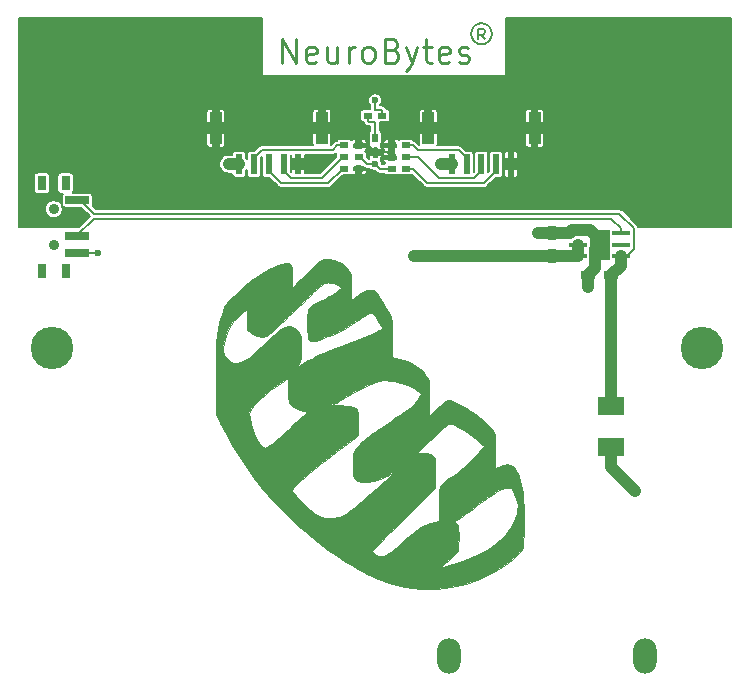
<source format=gbr>
G04 #@! TF.FileFunction,Copper,L1,Top,Signal*
%FSLAX46Y46*%
G04 Gerber Fmt 4.6, Leading zero omitted, Abs format (unit mm)*
G04 Created by KiCad (PCBNEW 4.0.7-e2-6376~58~ubuntu14.04.1) date Wed Aug  8 15:23:53 2018*
%MOMM*%
%LPD*%
G01*
G04 APERTURE LIST*
%ADD10C,0.100000*%
%ADD11C,0.190000*%
%ADD12C,0.280000*%
%ADD13C,0.010000*%
%ADD14R,1.500000X0.450000*%
%ADD15R,1.750000X2.500000*%
%ADD16R,0.800000X0.500000*%
%ADD17R,0.600000X1.700000*%
%ADD18R,1.000000X2.700000*%
%ADD19R,2.300000X1.500000*%
%ADD20R,0.500000X0.800000*%
%ADD21R,2.000000X0.700000*%
%ADD22R,0.800000X1.200000*%
%ADD23C,0.900000*%
%ADD24R,1.200000X0.750000*%
%ADD25R,0.750000X1.200000*%
%ADD26O,2.000000X3.000000*%
%ADD27C,3.600000*%
%ADD28C,0.600000*%
%ADD29C,1.000000*%
%ADD30C,0.200000*%
G04 APERTURE END LIST*
D10*
D11*
X184316667Y-38011667D02*
X184000000Y-37631667D01*
X183746667Y-38011667D02*
X183746667Y-37125000D01*
X184126667Y-37125000D01*
X184253333Y-37188333D01*
X184316667Y-37315000D01*
X184316667Y-37441667D01*
X184253333Y-37568333D01*
X184126667Y-37631667D01*
X183746667Y-37631667D01*
X184000000Y-36681667D02*
X183683333Y-36745000D01*
X183366667Y-36935000D01*
X183176667Y-37251667D01*
X183113333Y-37568333D01*
X183176667Y-37885000D01*
X183366667Y-38201667D01*
X183683333Y-38391667D01*
X184000000Y-38455000D01*
X184316667Y-38391667D01*
X184633333Y-38201667D01*
X184823333Y-37885000D01*
X184886667Y-37568333D01*
X184823333Y-37251667D01*
X184633333Y-36935000D01*
X184316667Y-36745000D01*
X184000000Y-36681667D01*
D12*
X167142856Y-40004762D02*
X167142856Y-38004762D01*
X168285714Y-40004762D01*
X168285714Y-38004762D01*
X169999999Y-39909524D02*
X169809523Y-40004762D01*
X169428571Y-40004762D01*
X169238094Y-39909524D01*
X169142856Y-39719048D01*
X169142856Y-38957143D01*
X169238094Y-38766667D01*
X169428571Y-38671429D01*
X169809523Y-38671429D01*
X169999999Y-38766667D01*
X170095237Y-38957143D01*
X170095237Y-39147619D01*
X169142856Y-39338095D01*
X171809523Y-38671429D02*
X171809523Y-40004762D01*
X170952380Y-38671429D02*
X170952380Y-39719048D01*
X171047619Y-39909524D01*
X171238095Y-40004762D01*
X171523809Y-40004762D01*
X171714285Y-39909524D01*
X171809523Y-39814286D01*
X172761904Y-40004762D02*
X172761904Y-38671429D01*
X172761904Y-39052381D02*
X172857143Y-38861905D01*
X172952381Y-38766667D01*
X173142857Y-38671429D01*
X173333333Y-38671429D01*
X174285714Y-40004762D02*
X174095238Y-39909524D01*
X173999999Y-39814286D01*
X173904761Y-39623810D01*
X173904761Y-39052381D01*
X173999999Y-38861905D01*
X174095238Y-38766667D01*
X174285714Y-38671429D01*
X174571428Y-38671429D01*
X174761904Y-38766667D01*
X174857142Y-38861905D01*
X174952380Y-39052381D01*
X174952380Y-39623810D01*
X174857142Y-39814286D01*
X174761904Y-39909524D01*
X174571428Y-40004762D01*
X174285714Y-40004762D01*
X176476190Y-38957143D02*
X176761904Y-39052381D01*
X176857143Y-39147619D01*
X176952381Y-39338095D01*
X176952381Y-39623810D01*
X176857143Y-39814286D01*
X176761904Y-39909524D01*
X176571428Y-40004762D01*
X175809523Y-40004762D01*
X175809523Y-38004762D01*
X176476190Y-38004762D01*
X176666666Y-38100000D01*
X176761904Y-38195238D01*
X176857143Y-38385714D01*
X176857143Y-38576190D01*
X176761904Y-38766667D01*
X176666666Y-38861905D01*
X176476190Y-38957143D01*
X175809523Y-38957143D01*
X177619047Y-38671429D02*
X178095238Y-40004762D01*
X178571428Y-38671429D02*
X178095238Y-40004762D01*
X177904762Y-40480952D01*
X177809523Y-40576190D01*
X177619047Y-40671429D01*
X179047619Y-38671429D02*
X179809524Y-38671429D01*
X179333333Y-38004762D02*
X179333333Y-39719048D01*
X179428572Y-39909524D01*
X179619048Y-40004762D01*
X179809524Y-40004762D01*
X181238095Y-39909524D02*
X181047619Y-40004762D01*
X180666667Y-40004762D01*
X180476190Y-39909524D01*
X180380952Y-39719048D01*
X180380952Y-38957143D01*
X180476190Y-38766667D01*
X180666667Y-38671429D01*
X181047619Y-38671429D01*
X181238095Y-38766667D01*
X181333333Y-38957143D01*
X181333333Y-39147619D01*
X180380952Y-39338095D01*
X182095238Y-39909524D02*
X182285715Y-40004762D01*
X182666667Y-40004762D01*
X182857143Y-39909524D01*
X182952381Y-39719048D01*
X182952381Y-39623810D01*
X182857143Y-39433333D01*
X182666667Y-39338095D01*
X182380953Y-39338095D01*
X182190476Y-39242857D01*
X182095238Y-39052381D01*
X182095238Y-38957143D01*
X182190476Y-38766667D01*
X182380953Y-38671429D01*
X182666667Y-38671429D01*
X182857143Y-38766667D01*
D13*
G36*
X171067702Y-56631550D02*
X171134723Y-56635755D01*
X171525714Y-56704671D01*
X171907529Y-56853017D01*
X172259441Y-57067271D01*
X172560724Y-57333915D01*
X172790650Y-57639427D01*
X172851704Y-57755763D01*
X172893624Y-57850579D01*
X172924804Y-57940700D01*
X172946837Y-58042776D01*
X172961317Y-58173462D01*
X172969837Y-58349407D01*
X172973991Y-58587264D01*
X172975373Y-58903686D01*
X172975503Y-59049300D01*
X172976716Y-59360124D01*
X172979816Y-59633257D01*
X172984462Y-59853586D01*
X172990315Y-60005996D01*
X172997033Y-60075376D01*
X172998655Y-60078000D01*
X173046605Y-60050369D01*
X173159737Y-59975325D01*
X173320651Y-59864641D01*
X173493955Y-59742860D01*
X173781659Y-59543231D01*
X174006667Y-59399157D01*
X174185434Y-59302495D01*
X174334416Y-59245100D01*
X174470068Y-59218831D01*
X174561476Y-59214589D01*
X174715539Y-59225676D01*
X174853948Y-59264884D01*
X174985624Y-59341562D01*
X175119488Y-59465063D01*
X175264461Y-59644735D01*
X175429465Y-59889931D01*
X175623420Y-60210000D01*
X175794462Y-60506940D01*
X175955354Y-60788156D01*
X176085316Y-61017125D01*
X176187723Y-61208947D01*
X176265950Y-61378723D01*
X176323372Y-61541554D01*
X176363364Y-61712539D01*
X176389300Y-61906778D01*
X176404557Y-62139372D01*
X176412508Y-62425422D01*
X176416529Y-62780026D01*
X176419995Y-63218286D01*
X176420843Y-63309483D01*
X176436686Y-64940767D01*
X177046621Y-65098599D01*
X177686685Y-65296521D01*
X178233849Y-65535072D01*
X178688422Y-65814452D01*
X179050714Y-66134864D01*
X179321035Y-66496509D01*
X179388600Y-66621863D01*
X179554600Y-66958847D01*
X179585740Y-69885333D01*
X180195144Y-69312366D01*
X180470150Y-69056821D01*
X180686200Y-68865290D01*
X180855939Y-68729703D01*
X180992012Y-68641992D01*
X181107066Y-68594088D01*
X181213744Y-68577923D01*
X181324693Y-68585428D01*
X181332600Y-68586579D01*
X181572353Y-68651333D01*
X181870830Y-68777708D01*
X182214374Y-68956031D01*
X182589326Y-69176625D01*
X182982026Y-69429818D01*
X183378815Y-69705934D01*
X183766036Y-69995299D01*
X184130029Y-70288238D01*
X184457136Y-70575076D01*
X184733697Y-70846139D01*
X184946055Y-71091753D01*
X185022896Y-71200445D01*
X185168000Y-71426291D01*
X185168000Y-72889545D01*
X185168794Y-73263319D01*
X185171040Y-73601844D01*
X185174530Y-73892446D01*
X185179058Y-74122455D01*
X185184417Y-74279197D01*
X185190400Y-74350001D01*
X185191880Y-74352800D01*
X185245653Y-74331371D01*
X185364584Y-74275005D01*
X185523663Y-74195583D01*
X185534780Y-74189914D01*
X185873156Y-74053355D01*
X186182690Y-74000215D01*
X186454882Y-74029243D01*
X186681229Y-74139187D01*
X186853232Y-74328796D01*
X186886951Y-74388907D01*
X187015940Y-74675309D01*
X187149478Y-75025827D01*
X187275432Y-75404356D01*
X187381667Y-75774792D01*
X187447494Y-76056801D01*
X187478786Y-76220928D01*
X187504797Y-76380291D01*
X187525923Y-76545656D01*
X187542565Y-76727789D01*
X187555120Y-76937455D01*
X187563987Y-77185421D01*
X187569564Y-77482453D01*
X187572250Y-77839316D01*
X187572442Y-78266776D01*
X187570540Y-78775599D01*
X187567454Y-79298514D01*
X187555600Y-81120028D01*
X187187300Y-81500069D01*
X186737636Y-81933357D01*
X186264841Y-82324869D01*
X185749561Y-82688242D01*
X185172442Y-83037109D01*
X184514129Y-83385108D01*
X184505836Y-83389245D01*
X183630654Y-83782185D01*
X182732533Y-84102381D01*
X181825275Y-84346877D01*
X180922677Y-84512720D01*
X180038539Y-84596953D01*
X179186661Y-84596622D01*
X178945000Y-84580064D01*
X178028363Y-84466661D01*
X177113456Y-84281038D01*
X176195638Y-84020923D01*
X175270267Y-83684046D01*
X174332702Y-83268138D01*
X173378303Y-82770927D01*
X173317600Y-82734800D01*
X180556862Y-82734800D01*
X180631301Y-82721837D01*
X180782385Y-82686432D01*
X180988998Y-82633805D01*
X181230024Y-82569178D01*
X181260440Y-82560813D01*
X182166161Y-82283503D01*
X183007666Y-81969849D01*
X183779135Y-81623063D01*
X184474744Y-81246354D01*
X185088672Y-80842934D01*
X185615096Y-80416011D01*
X186048194Y-79968796D01*
X186119529Y-79881699D01*
X186500452Y-79337118D01*
X186784712Y-78779504D01*
X186977223Y-78198119D01*
X187047660Y-77852744D01*
X187074151Y-77627604D01*
X187072135Y-77421451D01*
X187036679Y-77210665D01*
X186962850Y-76971622D01*
X186845712Y-76680703D01*
X186764777Y-76498272D01*
X186653665Y-76267064D01*
X186559585Y-76115591D01*
X186465867Y-76027742D01*
X186355843Y-75987402D01*
X186226971Y-75978400D01*
X186072387Y-75991273D01*
X185900561Y-76032720D01*
X185704302Y-76106979D01*
X185476423Y-76218290D01*
X185209733Y-76370891D01*
X184897044Y-76569023D01*
X184531166Y-76816923D01*
X184104911Y-77118832D01*
X183611089Y-77478988D01*
X183333277Y-77684699D01*
X183004268Y-77928331D01*
X182695646Y-78155008D01*
X182418312Y-78356865D01*
X182183164Y-78526041D01*
X182001102Y-78654672D01*
X181883025Y-78734896D01*
X181847780Y-78756342D01*
X181702560Y-78831517D01*
X181831848Y-78967058D01*
X181937071Y-79101827D01*
X182013361Y-79240932D01*
X182015168Y-79245607D01*
X182039392Y-79365641D01*
X182056686Y-79564003D01*
X182067242Y-79818458D01*
X182071253Y-80106767D01*
X182068914Y-80406697D01*
X182060416Y-80696010D01*
X182045953Y-80952471D01*
X182025719Y-81153843D01*
X181999907Y-81277890D01*
X181997452Y-81284179D01*
X181904639Y-81436189D01*
X181737876Y-81634423D01*
X181507499Y-81868368D01*
X181223842Y-82127513D01*
X180906216Y-82394106D01*
X180742308Y-82531447D01*
X180621813Y-82642297D01*
X180557683Y-82714024D01*
X180556862Y-82734800D01*
X173317600Y-82734800D01*
X172402428Y-82190144D01*
X171400435Y-81523519D01*
X171122048Y-81320072D01*
X174776964Y-81320072D01*
X174788576Y-81445322D01*
X174895125Y-81579045D01*
X175091092Y-81714523D01*
X175109546Y-81724735D01*
X175359588Y-81808844D01*
X175631442Y-81798487D01*
X175929109Y-81693026D01*
X176161871Y-81557709D01*
X176330588Y-81435598D01*
X176547007Y-81264551D01*
X176785264Y-81065708D01*
X177019497Y-80860208D01*
X177058146Y-80825136D01*
X177460971Y-80458336D01*
X177799621Y-80153351D01*
X178084546Y-79903046D01*
X178326196Y-79700290D01*
X178535024Y-79537950D01*
X178721478Y-79408895D01*
X178896011Y-79305990D01*
X179069071Y-79222104D01*
X179251111Y-79150105D01*
X179452579Y-79082860D01*
X179683928Y-79013236D01*
X179734709Y-78998396D01*
X180394604Y-78806000D01*
X180391030Y-77496728D01*
X180390382Y-77094778D01*
X180391529Y-76780438D01*
X180395421Y-76539721D01*
X180403007Y-76358641D01*
X180415236Y-76223211D01*
X180433057Y-76119443D01*
X180457420Y-76033352D01*
X180489273Y-75950951D01*
X180497191Y-75932369D01*
X180654788Y-75671097D01*
X180890921Y-75417315D01*
X181183470Y-75192311D01*
X181389673Y-75073455D01*
X181585915Y-74963810D01*
X181812446Y-74821919D01*
X182018400Y-74679799D01*
X182216757Y-74521205D01*
X182464129Y-74303973D01*
X182742446Y-74045771D01*
X183033641Y-73764267D01*
X183319647Y-73477127D01*
X183582394Y-73202022D01*
X183803814Y-72956617D01*
X183910114Y-72829989D01*
X184216470Y-72450179D01*
X183824200Y-72080134D01*
X183542178Y-71833859D01*
X183217046Y-71582623D01*
X182866266Y-71337149D01*
X182507303Y-71108161D01*
X182157618Y-70906381D01*
X181834675Y-70742534D01*
X181555937Y-70627342D01*
X181377323Y-70577580D01*
X181322277Y-70571252D01*
X181265228Y-70577538D01*
X181198583Y-70602643D01*
X181114743Y-70652777D01*
X181006113Y-70734145D01*
X180865098Y-70852955D01*
X180684100Y-71015416D01*
X180455525Y-71227735D01*
X180171775Y-71496118D01*
X179825256Y-71826775D01*
X179688123Y-71957997D01*
X179409364Y-72224779D01*
X179140978Y-72481502D01*
X178895866Y-72715836D01*
X178686931Y-72915449D01*
X178527073Y-73068011D01*
X178437000Y-73153781D01*
X178306101Y-73278839D01*
X178245700Y-73341116D01*
X178252577Y-73347746D01*
X178323510Y-73305862D01*
X178386200Y-73266290D01*
X178718759Y-73092615D01*
X179027055Y-73012573D01*
X179323091Y-73024893D01*
X179618868Y-73128301D01*
X179630800Y-73134282D01*
X179776513Y-73215606D01*
X179890673Y-73303248D01*
X179976696Y-73409962D01*
X180037999Y-73548505D01*
X180077998Y-73731632D01*
X180100111Y-73972100D01*
X180107753Y-74282664D01*
X180104342Y-74676079D01*
X180100051Y-74886200D01*
X180074826Y-76003800D01*
X177441956Y-78611332D01*
X177011529Y-79038549D01*
X176602124Y-79446708D01*
X176219518Y-79829940D01*
X175869486Y-80182372D01*
X175557805Y-80498136D01*
X175290249Y-80771360D01*
X175072595Y-80996173D01*
X174910619Y-81166706D01*
X174810095Y-81277087D01*
X174776964Y-81320072D01*
X171122048Y-81320072D01*
X170367685Y-80768781D01*
X169299534Y-79923659D01*
X169115200Y-79771752D01*
X168817093Y-79515334D01*
X168469347Y-79200580D01*
X168086269Y-78841705D01*
X167682166Y-78452925D01*
X167271347Y-78048452D01*
X166868120Y-77642503D01*
X166486793Y-77249290D01*
X166141672Y-76883029D01*
X165847067Y-76557933D01*
X165654842Y-76334000D01*
X165584043Y-76243960D01*
X167981262Y-76243960D01*
X167982538Y-76245803D01*
X168473065Y-76867227D01*
X168941236Y-77390820D01*
X169388190Y-77817597D01*
X169815067Y-78148573D01*
X170223004Y-78384762D01*
X170509513Y-78497917D01*
X170734748Y-78542613D01*
X171019541Y-78562600D01*
X171324984Y-78558194D01*
X171612164Y-78529712D01*
X171811079Y-78487334D01*
X171988609Y-78430286D01*
X172161717Y-78363798D01*
X172336917Y-78282939D01*
X172520724Y-78182773D01*
X172719652Y-78058369D01*
X172940217Y-77904791D01*
X173188931Y-77717108D01*
X173472311Y-77490385D01*
X173796870Y-77219688D01*
X174169123Y-76900086D01*
X174595585Y-76526643D01*
X175082771Y-76094427D01*
X175637193Y-75598504D01*
X175699183Y-75542886D01*
X176067065Y-75212663D01*
X176363650Y-74945819D01*
X176593222Y-74737838D01*
X176760063Y-74584202D01*
X176868458Y-74480391D01*
X176922690Y-74421889D01*
X176927042Y-74404178D01*
X176885798Y-74422739D01*
X176803242Y-74473055D01*
X176683657Y-74550608D01*
X176567507Y-74627051D01*
X176005885Y-74956039D01*
X175437983Y-75210057D01*
X174878249Y-75384001D01*
X174341130Y-75472767D01*
X174144400Y-75483132D01*
X173807829Y-75469549D01*
X173549491Y-75411345D01*
X173354192Y-75303828D01*
X173257062Y-75209111D01*
X173212856Y-75154107D01*
X173180149Y-75098961D01*
X173157208Y-75028303D01*
X173142303Y-74926764D01*
X173133700Y-74778974D01*
X173129668Y-74569563D01*
X173128474Y-74283164D01*
X173128400Y-74067478D01*
X173129893Y-73686958D01*
X173138192Y-73389775D01*
X173159025Y-73157670D01*
X173198118Y-72972386D01*
X173261199Y-72815664D01*
X173353997Y-72669248D01*
X173482238Y-72514879D01*
X173651650Y-72334299D01*
X173682003Y-72302746D01*
X173831855Y-72153105D01*
X173995561Y-72002743D01*
X174181812Y-71845262D01*
X174399300Y-71674269D01*
X174656717Y-71483367D01*
X174962755Y-71266162D01*
X175326106Y-71016257D01*
X175755460Y-70727258D01*
X176259510Y-70392769D01*
X176435090Y-70276999D01*
X176794195Y-70039107D01*
X177134295Y-69811148D01*
X177443985Y-69600966D01*
X177711860Y-69416406D01*
X177926512Y-69265313D01*
X178076538Y-69155531D01*
X178142328Y-69102753D01*
X178259665Y-68976598D01*
X178403463Y-68792700D01*
X178550355Y-68581860D01*
X178616869Y-68477252D01*
X178887462Y-68036005D01*
X178678542Y-67850605D01*
X178344959Y-67607953D01*
X177920103Y-67388432D01*
X177412391Y-67195578D01*
X176830243Y-67032926D01*
X176618070Y-66985389D01*
X176279307Y-66925911D01*
X175958874Y-66898289D01*
X175645179Y-66905958D01*
X175326629Y-66952350D01*
X174991631Y-67040899D01*
X174628595Y-67175036D01*
X174225926Y-67358195D01*
X173772033Y-67593809D01*
X173255324Y-67885312D01*
X172927238Y-68078393D01*
X172635382Y-68250784D01*
X172337768Y-68424205D01*
X172059857Y-68583981D01*
X171827109Y-68715436D01*
X171713020Y-68778247D01*
X171288241Y-69008123D01*
X172119420Y-69026591D01*
X172438887Y-69035076D01*
X172675844Y-69045790D01*
X172849381Y-69061091D01*
X172978589Y-69083340D01*
X173082558Y-69114894D01*
X173179200Y-69157531D01*
X173298604Y-69219292D01*
X173389320Y-69281167D01*
X173455127Y-69357310D01*
X173499800Y-69461878D01*
X173527118Y-69609029D01*
X173540856Y-69812917D01*
X173544793Y-70087699D01*
X173542704Y-70447532D01*
X173542030Y-70517400D01*
X173532045Y-71533400D01*
X173368322Y-71678610D01*
X173289599Y-71743009D01*
X173140204Y-71860103D01*
X172930812Y-72021718D01*
X172672097Y-72219679D01*
X172374736Y-72445812D01*
X172049404Y-72691943D01*
X171782200Y-72893219D01*
X171318943Y-73242011D01*
X170926172Y-73539122D01*
X170592754Y-73793382D01*
X170307558Y-74013618D01*
X170059453Y-74208659D01*
X169837306Y-74387334D01*
X169629988Y-74558472D01*
X169426365Y-74730900D01*
X169215307Y-74913447D01*
X169028667Y-75077069D01*
X168707965Y-75367368D01*
X168437933Y-75628037D01*
X168224408Y-75852553D01*
X168073229Y-76034394D01*
X167990234Y-76167038D01*
X167981262Y-76243960D01*
X165584043Y-76243960D01*
X164686817Y-75102901D01*
X163798149Y-73839592D01*
X162976792Y-72525567D01*
X162210698Y-71142320D01*
X161974329Y-70680200D01*
X161495199Y-69725400D01*
X161495208Y-69693691D01*
X164326318Y-69693691D01*
X164390766Y-70054745D01*
X164510874Y-70601313D01*
X164668111Y-71117918D01*
X164855504Y-71587483D01*
X165066078Y-71992931D01*
X165292860Y-72317186D01*
X165334041Y-72364697D01*
X165472419Y-72510229D01*
X165578347Y-72583983D01*
X165683598Y-72592907D01*
X165819946Y-72543948D01*
X165922610Y-72493388D01*
X166065898Y-72405329D01*
X166261232Y-72259549D01*
X166512333Y-72052891D01*
X166822925Y-71782198D01*
X167196732Y-71444312D01*
X167602123Y-71069104D01*
X167882069Y-70809904D01*
X168164394Y-70552382D01*
X168431944Y-70311902D01*
X168667565Y-70103831D01*
X168854102Y-69943533D01*
X168915998Y-69892266D01*
X169329951Y-69555624D01*
X169006675Y-69495519D01*
X168601925Y-69395989D01*
X168254311Y-69261377D01*
X167976412Y-69098297D01*
X167780805Y-68913359D01*
X167720085Y-68819246D01*
X167692263Y-68740017D01*
X167671279Y-68615783D01*
X167656214Y-68433700D01*
X167646149Y-68180923D01*
X167640163Y-67844606D01*
X167638696Y-67682503D01*
X167638458Y-67371886D01*
X167642042Y-67094011D01*
X167648924Y-66865673D01*
X167658581Y-66703666D01*
X167670488Y-66624784D01*
X167671772Y-66622131D01*
X167659416Y-66615454D01*
X167587084Y-66665013D01*
X167486514Y-66746651D01*
X167281591Y-66916482D01*
X167060451Y-67090290D01*
X166805703Y-67281115D01*
X166499951Y-67501998D01*
X166143400Y-67753661D01*
X165723181Y-68067349D01*
X165338967Y-68392133D01*
X165003873Y-68715142D01*
X164731016Y-69023503D01*
X164533514Y-69304346D01*
X164497346Y-69368945D01*
X164326318Y-69693691D01*
X161495208Y-69693691D01*
X161496080Y-66921000D01*
X161497155Y-66378988D01*
X161499919Y-65853648D01*
X161504199Y-65356353D01*
X161509818Y-64898480D01*
X161516602Y-64491404D01*
X161517399Y-64456006D01*
X162144993Y-64456006D01*
X162184718Y-64685350D01*
X162289176Y-64886810D01*
X162424874Y-65048151D01*
X162698163Y-65269046D01*
X162998283Y-65395803D01*
X163314289Y-65426445D01*
X163635238Y-65358991D01*
X163782900Y-65293762D01*
X164020016Y-65156035D01*
X164282807Y-64973943D01*
X164579249Y-64740894D01*
X164917317Y-64450301D01*
X165304988Y-64095574D01*
X165750236Y-63670124D01*
X165761340Y-63659336D01*
X166119073Y-63315053D01*
X166416692Y-63037187D01*
X166663748Y-62818198D01*
X166869791Y-62650547D01*
X167044372Y-62526694D01*
X167197039Y-62439100D01*
X167337344Y-62380224D01*
X167409421Y-62358231D01*
X167715386Y-62325145D01*
X168009328Y-62389553D01*
X168282131Y-62547392D01*
X168524681Y-62794598D01*
X168589287Y-62884244D01*
X168749174Y-63121873D01*
X168725371Y-64178036D01*
X168716946Y-64532487D01*
X168708496Y-64801461D01*
X168698037Y-65001060D01*
X168683589Y-65147389D01*
X168663167Y-65256551D01*
X168634790Y-65344650D01*
X168596475Y-65427788D01*
X168563941Y-65489320D01*
X168426315Y-65744441D01*
X168834257Y-65497620D01*
X169070110Y-65360180D01*
X169349931Y-65204920D01*
X169626119Y-65058036D01*
X169724800Y-65007554D01*
X170031838Y-64855760D01*
X170342626Y-64708706D01*
X170669089Y-64561443D01*
X171023152Y-64409019D01*
X171416741Y-64246483D01*
X171861781Y-64068886D01*
X172370197Y-63871276D01*
X172953915Y-63648703D01*
X173433200Y-63468080D01*
X173901814Y-63287431D01*
X174342132Y-63108574D01*
X174740705Y-62937475D01*
X175084088Y-62780100D01*
X175358831Y-62642416D01*
X175551490Y-62530388D01*
X175561021Y-62524022D01*
X175583900Y-62485805D01*
X175571589Y-62413241D01*
X175518332Y-62291320D01*
X175418370Y-62105032D01*
X175362463Y-62006413D01*
X175177841Y-61696415D01*
X175024651Y-61470120D01*
X174894312Y-61317838D01*
X174778250Y-61229882D01*
X174667884Y-61196562D01*
X174644614Y-61195600D01*
X174567033Y-61200112D01*
X174486688Y-61218225D01*
X174391641Y-61256800D01*
X174269957Y-61322696D01*
X174109699Y-61422777D01*
X173898930Y-61563903D01*
X173625714Y-61752936D01*
X173400266Y-61910869D01*
X173073926Y-62137570D01*
X172794914Y-62323649D01*
X172542481Y-62480144D01*
X172295879Y-62618093D01*
X172034360Y-62748537D01*
X171737174Y-62882514D01*
X171383575Y-63031064D01*
X171012259Y-63181407D01*
X170595510Y-63343419D01*
X170258639Y-63461670D01*
X169990864Y-63538266D01*
X169781404Y-63575308D01*
X169619476Y-63574900D01*
X169494301Y-63539145D01*
X169420000Y-63491985D01*
X169293000Y-63389096D01*
X169275779Y-62311709D01*
X169272107Y-61979712D01*
X169271760Y-61672313D01*
X169274517Y-61407600D01*
X169280158Y-61203663D01*
X169288464Y-61078590D01*
X169290984Y-61061475D01*
X169343089Y-60902380D01*
X169443876Y-60753575D01*
X169604235Y-60605759D01*
X169835059Y-60449635D01*
X170147236Y-60275901D01*
X170305126Y-60195497D01*
X170722606Y-59983157D01*
X171065372Y-59799114D01*
X171352358Y-59632264D01*
X171602500Y-59471506D01*
X171834733Y-59305734D01*
X171877342Y-59273556D01*
X172175685Y-59046454D01*
X172055142Y-58954529D01*
X171893856Y-58860285D01*
X171670349Y-58765238D01*
X171422975Y-58682353D01*
X171190087Y-58624597D01*
X171020600Y-58604799D01*
X170846407Y-58616867D01*
X170691600Y-58646819D01*
X170662348Y-58656455D01*
X170597838Y-58702131D01*
X170469234Y-58811465D01*
X170284805Y-58976798D01*
X170052821Y-59190471D01*
X169781551Y-59444827D01*
X169479265Y-59732205D01*
X169154232Y-60044948D01*
X168969941Y-60223847D01*
X168469713Y-60710118D01*
X168034652Y-61131037D01*
X167657927Y-61492941D01*
X167332709Y-61802168D01*
X167052170Y-62065055D01*
X166809481Y-62287938D01*
X166597812Y-62477155D01*
X166410335Y-62639044D01*
X166240220Y-62779941D01*
X166080639Y-62906183D01*
X166073273Y-62911870D01*
X165892840Y-63048236D01*
X165763847Y-63132995D01*
X165658463Y-63178092D01*
X165548860Y-63195471D01*
X165408741Y-63197100D01*
X165059761Y-63154497D01*
X164729974Y-63044046D01*
X164451408Y-62877605D01*
X164380326Y-62816365D01*
X164187600Y-62633731D01*
X164187600Y-61758032D01*
X164184988Y-61446285D01*
X164177582Y-61193871D01*
X164166026Y-61012486D01*
X164150965Y-60913823D01*
X164140302Y-60899266D01*
X164057466Y-60948527D01*
X163919136Y-61050744D01*
X163744418Y-61189899D01*
X163552417Y-61349974D01*
X163362240Y-61514950D01*
X163192991Y-61668808D01*
X163063776Y-61795531D01*
X163037315Y-61824032D01*
X162770872Y-62187110D01*
X162544040Y-62636073D01*
X162360200Y-63161884D01*
X162222732Y-63755508D01*
X162160582Y-64167400D01*
X162144993Y-64456006D01*
X161517399Y-64456006D01*
X161524375Y-64146498D01*
X161532964Y-63875138D01*
X161542191Y-63688700D01*
X161546663Y-63634000D01*
X161613051Y-63122734D01*
X161706619Y-62593344D01*
X161821908Y-62067496D01*
X161953457Y-61566854D01*
X162095807Y-61113084D01*
X162243498Y-60727850D01*
X162321203Y-60560600D01*
X162477378Y-60313961D01*
X162711862Y-60029506D01*
X163012870Y-59716387D01*
X163368619Y-59383752D01*
X163767324Y-59040753D01*
X164197200Y-58696539D01*
X164646464Y-58360261D01*
X165103331Y-58041070D01*
X165556017Y-57748115D01*
X165992737Y-57490546D01*
X166401708Y-57277515D01*
X166738661Y-57130523D01*
X167079723Y-57021868D01*
X167375460Y-56974120D01*
X167615505Y-56987441D01*
X167789490Y-57061996D01*
X167841512Y-57113050D01*
X167879856Y-57168744D01*
X167907603Y-57234333D01*
X167926450Y-57326176D01*
X167938091Y-57460630D01*
X167944221Y-57654057D01*
X167946536Y-57922814D01*
X167946800Y-58129050D01*
X167948798Y-58415657D01*
X167954343Y-58663367D01*
X167962754Y-58855861D01*
X167973353Y-58976818D01*
X167983475Y-59011200D01*
X168027136Y-58976667D01*
X168133690Y-58878774D01*
X168294264Y-58726075D01*
X168499983Y-58527124D01*
X168741972Y-58290478D01*
X169011359Y-58024691D01*
X169164575Y-57872578D01*
X169503207Y-57536321D01*
X169780473Y-57265043D01*
X170007025Y-57052055D01*
X170193516Y-56890671D01*
X170350598Y-56774203D01*
X170488923Y-56695964D01*
X170619144Y-56649266D01*
X170751912Y-56627423D01*
X170897881Y-56623747D01*
X171067702Y-56631550D01*
X171067702Y-56631550D01*
G37*
X171067702Y-56631550D02*
X171134723Y-56635755D01*
X171525714Y-56704671D01*
X171907529Y-56853017D01*
X172259441Y-57067271D01*
X172560724Y-57333915D01*
X172790650Y-57639427D01*
X172851704Y-57755763D01*
X172893624Y-57850579D01*
X172924804Y-57940700D01*
X172946837Y-58042776D01*
X172961317Y-58173462D01*
X172969837Y-58349407D01*
X172973991Y-58587264D01*
X172975373Y-58903686D01*
X172975503Y-59049300D01*
X172976716Y-59360124D01*
X172979816Y-59633257D01*
X172984462Y-59853586D01*
X172990315Y-60005996D01*
X172997033Y-60075376D01*
X172998655Y-60078000D01*
X173046605Y-60050369D01*
X173159737Y-59975325D01*
X173320651Y-59864641D01*
X173493955Y-59742860D01*
X173781659Y-59543231D01*
X174006667Y-59399157D01*
X174185434Y-59302495D01*
X174334416Y-59245100D01*
X174470068Y-59218831D01*
X174561476Y-59214589D01*
X174715539Y-59225676D01*
X174853948Y-59264884D01*
X174985624Y-59341562D01*
X175119488Y-59465063D01*
X175264461Y-59644735D01*
X175429465Y-59889931D01*
X175623420Y-60210000D01*
X175794462Y-60506940D01*
X175955354Y-60788156D01*
X176085316Y-61017125D01*
X176187723Y-61208947D01*
X176265950Y-61378723D01*
X176323372Y-61541554D01*
X176363364Y-61712539D01*
X176389300Y-61906778D01*
X176404557Y-62139372D01*
X176412508Y-62425422D01*
X176416529Y-62780026D01*
X176419995Y-63218286D01*
X176420843Y-63309483D01*
X176436686Y-64940767D01*
X177046621Y-65098599D01*
X177686685Y-65296521D01*
X178233849Y-65535072D01*
X178688422Y-65814452D01*
X179050714Y-66134864D01*
X179321035Y-66496509D01*
X179388600Y-66621863D01*
X179554600Y-66958847D01*
X179585740Y-69885333D01*
X180195144Y-69312366D01*
X180470150Y-69056821D01*
X180686200Y-68865290D01*
X180855939Y-68729703D01*
X180992012Y-68641992D01*
X181107066Y-68594088D01*
X181213744Y-68577923D01*
X181324693Y-68585428D01*
X181332600Y-68586579D01*
X181572353Y-68651333D01*
X181870830Y-68777708D01*
X182214374Y-68956031D01*
X182589326Y-69176625D01*
X182982026Y-69429818D01*
X183378815Y-69705934D01*
X183766036Y-69995299D01*
X184130029Y-70288238D01*
X184457136Y-70575076D01*
X184733697Y-70846139D01*
X184946055Y-71091753D01*
X185022896Y-71200445D01*
X185168000Y-71426291D01*
X185168000Y-72889545D01*
X185168794Y-73263319D01*
X185171040Y-73601844D01*
X185174530Y-73892446D01*
X185179058Y-74122455D01*
X185184417Y-74279197D01*
X185190400Y-74350001D01*
X185191880Y-74352800D01*
X185245653Y-74331371D01*
X185364584Y-74275005D01*
X185523663Y-74195583D01*
X185534780Y-74189914D01*
X185873156Y-74053355D01*
X186182690Y-74000215D01*
X186454882Y-74029243D01*
X186681229Y-74139187D01*
X186853232Y-74328796D01*
X186886951Y-74388907D01*
X187015940Y-74675309D01*
X187149478Y-75025827D01*
X187275432Y-75404356D01*
X187381667Y-75774792D01*
X187447494Y-76056801D01*
X187478786Y-76220928D01*
X187504797Y-76380291D01*
X187525923Y-76545656D01*
X187542565Y-76727789D01*
X187555120Y-76937455D01*
X187563987Y-77185421D01*
X187569564Y-77482453D01*
X187572250Y-77839316D01*
X187572442Y-78266776D01*
X187570540Y-78775599D01*
X187567454Y-79298514D01*
X187555600Y-81120028D01*
X187187300Y-81500069D01*
X186737636Y-81933357D01*
X186264841Y-82324869D01*
X185749561Y-82688242D01*
X185172442Y-83037109D01*
X184514129Y-83385108D01*
X184505836Y-83389245D01*
X183630654Y-83782185D01*
X182732533Y-84102381D01*
X181825275Y-84346877D01*
X180922677Y-84512720D01*
X180038539Y-84596953D01*
X179186661Y-84596622D01*
X178945000Y-84580064D01*
X178028363Y-84466661D01*
X177113456Y-84281038D01*
X176195638Y-84020923D01*
X175270267Y-83684046D01*
X174332702Y-83268138D01*
X173378303Y-82770927D01*
X173317600Y-82734800D01*
X180556862Y-82734800D01*
X180631301Y-82721837D01*
X180782385Y-82686432D01*
X180988998Y-82633805D01*
X181230024Y-82569178D01*
X181260440Y-82560813D01*
X182166161Y-82283503D01*
X183007666Y-81969849D01*
X183779135Y-81623063D01*
X184474744Y-81246354D01*
X185088672Y-80842934D01*
X185615096Y-80416011D01*
X186048194Y-79968796D01*
X186119529Y-79881699D01*
X186500452Y-79337118D01*
X186784712Y-78779504D01*
X186977223Y-78198119D01*
X187047660Y-77852744D01*
X187074151Y-77627604D01*
X187072135Y-77421451D01*
X187036679Y-77210665D01*
X186962850Y-76971622D01*
X186845712Y-76680703D01*
X186764777Y-76498272D01*
X186653665Y-76267064D01*
X186559585Y-76115591D01*
X186465867Y-76027742D01*
X186355843Y-75987402D01*
X186226971Y-75978400D01*
X186072387Y-75991273D01*
X185900561Y-76032720D01*
X185704302Y-76106979D01*
X185476423Y-76218290D01*
X185209733Y-76370891D01*
X184897044Y-76569023D01*
X184531166Y-76816923D01*
X184104911Y-77118832D01*
X183611089Y-77478988D01*
X183333277Y-77684699D01*
X183004268Y-77928331D01*
X182695646Y-78155008D01*
X182418312Y-78356865D01*
X182183164Y-78526041D01*
X182001102Y-78654672D01*
X181883025Y-78734896D01*
X181847780Y-78756342D01*
X181702560Y-78831517D01*
X181831848Y-78967058D01*
X181937071Y-79101827D01*
X182013361Y-79240932D01*
X182015168Y-79245607D01*
X182039392Y-79365641D01*
X182056686Y-79564003D01*
X182067242Y-79818458D01*
X182071253Y-80106767D01*
X182068914Y-80406697D01*
X182060416Y-80696010D01*
X182045953Y-80952471D01*
X182025719Y-81153843D01*
X181999907Y-81277890D01*
X181997452Y-81284179D01*
X181904639Y-81436189D01*
X181737876Y-81634423D01*
X181507499Y-81868368D01*
X181223842Y-82127513D01*
X180906216Y-82394106D01*
X180742308Y-82531447D01*
X180621813Y-82642297D01*
X180557683Y-82714024D01*
X180556862Y-82734800D01*
X173317600Y-82734800D01*
X172402428Y-82190144D01*
X171400435Y-81523519D01*
X171122048Y-81320072D01*
X174776964Y-81320072D01*
X174788576Y-81445322D01*
X174895125Y-81579045D01*
X175091092Y-81714523D01*
X175109546Y-81724735D01*
X175359588Y-81808844D01*
X175631442Y-81798487D01*
X175929109Y-81693026D01*
X176161871Y-81557709D01*
X176330588Y-81435598D01*
X176547007Y-81264551D01*
X176785264Y-81065708D01*
X177019497Y-80860208D01*
X177058146Y-80825136D01*
X177460971Y-80458336D01*
X177799621Y-80153351D01*
X178084546Y-79903046D01*
X178326196Y-79700290D01*
X178535024Y-79537950D01*
X178721478Y-79408895D01*
X178896011Y-79305990D01*
X179069071Y-79222104D01*
X179251111Y-79150105D01*
X179452579Y-79082860D01*
X179683928Y-79013236D01*
X179734709Y-78998396D01*
X180394604Y-78806000D01*
X180391030Y-77496728D01*
X180390382Y-77094778D01*
X180391529Y-76780438D01*
X180395421Y-76539721D01*
X180403007Y-76358641D01*
X180415236Y-76223211D01*
X180433057Y-76119443D01*
X180457420Y-76033352D01*
X180489273Y-75950951D01*
X180497191Y-75932369D01*
X180654788Y-75671097D01*
X180890921Y-75417315D01*
X181183470Y-75192311D01*
X181389673Y-75073455D01*
X181585915Y-74963810D01*
X181812446Y-74821919D01*
X182018400Y-74679799D01*
X182216757Y-74521205D01*
X182464129Y-74303973D01*
X182742446Y-74045771D01*
X183033641Y-73764267D01*
X183319647Y-73477127D01*
X183582394Y-73202022D01*
X183803814Y-72956617D01*
X183910114Y-72829989D01*
X184216470Y-72450179D01*
X183824200Y-72080134D01*
X183542178Y-71833859D01*
X183217046Y-71582623D01*
X182866266Y-71337149D01*
X182507303Y-71108161D01*
X182157618Y-70906381D01*
X181834675Y-70742534D01*
X181555937Y-70627342D01*
X181377323Y-70577580D01*
X181322277Y-70571252D01*
X181265228Y-70577538D01*
X181198583Y-70602643D01*
X181114743Y-70652777D01*
X181006113Y-70734145D01*
X180865098Y-70852955D01*
X180684100Y-71015416D01*
X180455525Y-71227735D01*
X180171775Y-71496118D01*
X179825256Y-71826775D01*
X179688123Y-71957997D01*
X179409364Y-72224779D01*
X179140978Y-72481502D01*
X178895866Y-72715836D01*
X178686931Y-72915449D01*
X178527073Y-73068011D01*
X178437000Y-73153781D01*
X178306101Y-73278839D01*
X178245700Y-73341116D01*
X178252577Y-73347746D01*
X178323510Y-73305862D01*
X178386200Y-73266290D01*
X178718759Y-73092615D01*
X179027055Y-73012573D01*
X179323091Y-73024893D01*
X179618868Y-73128301D01*
X179630800Y-73134282D01*
X179776513Y-73215606D01*
X179890673Y-73303248D01*
X179976696Y-73409962D01*
X180037999Y-73548505D01*
X180077998Y-73731632D01*
X180100111Y-73972100D01*
X180107753Y-74282664D01*
X180104342Y-74676079D01*
X180100051Y-74886200D01*
X180074826Y-76003800D01*
X177441956Y-78611332D01*
X177011529Y-79038549D01*
X176602124Y-79446708D01*
X176219518Y-79829940D01*
X175869486Y-80182372D01*
X175557805Y-80498136D01*
X175290249Y-80771360D01*
X175072595Y-80996173D01*
X174910619Y-81166706D01*
X174810095Y-81277087D01*
X174776964Y-81320072D01*
X171122048Y-81320072D01*
X170367685Y-80768781D01*
X169299534Y-79923659D01*
X169115200Y-79771752D01*
X168817093Y-79515334D01*
X168469347Y-79200580D01*
X168086269Y-78841705D01*
X167682166Y-78452925D01*
X167271347Y-78048452D01*
X166868120Y-77642503D01*
X166486793Y-77249290D01*
X166141672Y-76883029D01*
X165847067Y-76557933D01*
X165654842Y-76334000D01*
X165584043Y-76243960D01*
X167981262Y-76243960D01*
X167982538Y-76245803D01*
X168473065Y-76867227D01*
X168941236Y-77390820D01*
X169388190Y-77817597D01*
X169815067Y-78148573D01*
X170223004Y-78384762D01*
X170509513Y-78497917D01*
X170734748Y-78542613D01*
X171019541Y-78562600D01*
X171324984Y-78558194D01*
X171612164Y-78529712D01*
X171811079Y-78487334D01*
X171988609Y-78430286D01*
X172161717Y-78363798D01*
X172336917Y-78282939D01*
X172520724Y-78182773D01*
X172719652Y-78058369D01*
X172940217Y-77904791D01*
X173188931Y-77717108D01*
X173472311Y-77490385D01*
X173796870Y-77219688D01*
X174169123Y-76900086D01*
X174595585Y-76526643D01*
X175082771Y-76094427D01*
X175637193Y-75598504D01*
X175699183Y-75542886D01*
X176067065Y-75212663D01*
X176363650Y-74945819D01*
X176593222Y-74737838D01*
X176760063Y-74584202D01*
X176868458Y-74480391D01*
X176922690Y-74421889D01*
X176927042Y-74404178D01*
X176885798Y-74422739D01*
X176803242Y-74473055D01*
X176683657Y-74550608D01*
X176567507Y-74627051D01*
X176005885Y-74956039D01*
X175437983Y-75210057D01*
X174878249Y-75384001D01*
X174341130Y-75472767D01*
X174144400Y-75483132D01*
X173807829Y-75469549D01*
X173549491Y-75411345D01*
X173354192Y-75303828D01*
X173257062Y-75209111D01*
X173212856Y-75154107D01*
X173180149Y-75098961D01*
X173157208Y-75028303D01*
X173142303Y-74926764D01*
X173133700Y-74778974D01*
X173129668Y-74569563D01*
X173128474Y-74283164D01*
X173128400Y-74067478D01*
X173129893Y-73686958D01*
X173138192Y-73389775D01*
X173159025Y-73157670D01*
X173198118Y-72972386D01*
X173261199Y-72815664D01*
X173353997Y-72669248D01*
X173482238Y-72514879D01*
X173651650Y-72334299D01*
X173682003Y-72302746D01*
X173831855Y-72153105D01*
X173995561Y-72002743D01*
X174181812Y-71845262D01*
X174399300Y-71674269D01*
X174656717Y-71483367D01*
X174962755Y-71266162D01*
X175326106Y-71016257D01*
X175755460Y-70727258D01*
X176259510Y-70392769D01*
X176435090Y-70276999D01*
X176794195Y-70039107D01*
X177134295Y-69811148D01*
X177443985Y-69600966D01*
X177711860Y-69416406D01*
X177926512Y-69265313D01*
X178076538Y-69155531D01*
X178142328Y-69102753D01*
X178259665Y-68976598D01*
X178403463Y-68792700D01*
X178550355Y-68581860D01*
X178616869Y-68477252D01*
X178887462Y-68036005D01*
X178678542Y-67850605D01*
X178344959Y-67607953D01*
X177920103Y-67388432D01*
X177412391Y-67195578D01*
X176830243Y-67032926D01*
X176618070Y-66985389D01*
X176279307Y-66925911D01*
X175958874Y-66898289D01*
X175645179Y-66905958D01*
X175326629Y-66952350D01*
X174991631Y-67040899D01*
X174628595Y-67175036D01*
X174225926Y-67358195D01*
X173772033Y-67593809D01*
X173255324Y-67885312D01*
X172927238Y-68078393D01*
X172635382Y-68250784D01*
X172337768Y-68424205D01*
X172059857Y-68583981D01*
X171827109Y-68715436D01*
X171713020Y-68778247D01*
X171288241Y-69008123D01*
X172119420Y-69026591D01*
X172438887Y-69035076D01*
X172675844Y-69045790D01*
X172849381Y-69061091D01*
X172978589Y-69083340D01*
X173082558Y-69114894D01*
X173179200Y-69157531D01*
X173298604Y-69219292D01*
X173389320Y-69281167D01*
X173455127Y-69357310D01*
X173499800Y-69461878D01*
X173527118Y-69609029D01*
X173540856Y-69812917D01*
X173544793Y-70087699D01*
X173542704Y-70447532D01*
X173542030Y-70517400D01*
X173532045Y-71533400D01*
X173368322Y-71678610D01*
X173289599Y-71743009D01*
X173140204Y-71860103D01*
X172930812Y-72021718D01*
X172672097Y-72219679D01*
X172374736Y-72445812D01*
X172049404Y-72691943D01*
X171782200Y-72893219D01*
X171318943Y-73242011D01*
X170926172Y-73539122D01*
X170592754Y-73793382D01*
X170307558Y-74013618D01*
X170059453Y-74208659D01*
X169837306Y-74387334D01*
X169629988Y-74558472D01*
X169426365Y-74730900D01*
X169215307Y-74913447D01*
X169028667Y-75077069D01*
X168707965Y-75367368D01*
X168437933Y-75628037D01*
X168224408Y-75852553D01*
X168073229Y-76034394D01*
X167990234Y-76167038D01*
X167981262Y-76243960D01*
X165584043Y-76243960D01*
X164686817Y-75102901D01*
X163798149Y-73839592D01*
X162976792Y-72525567D01*
X162210698Y-71142320D01*
X161974329Y-70680200D01*
X161495199Y-69725400D01*
X161495208Y-69693691D01*
X164326318Y-69693691D01*
X164390766Y-70054745D01*
X164510874Y-70601313D01*
X164668111Y-71117918D01*
X164855504Y-71587483D01*
X165066078Y-71992931D01*
X165292860Y-72317186D01*
X165334041Y-72364697D01*
X165472419Y-72510229D01*
X165578347Y-72583983D01*
X165683598Y-72592907D01*
X165819946Y-72543948D01*
X165922610Y-72493388D01*
X166065898Y-72405329D01*
X166261232Y-72259549D01*
X166512333Y-72052891D01*
X166822925Y-71782198D01*
X167196732Y-71444312D01*
X167602123Y-71069104D01*
X167882069Y-70809904D01*
X168164394Y-70552382D01*
X168431944Y-70311902D01*
X168667565Y-70103831D01*
X168854102Y-69943533D01*
X168915998Y-69892266D01*
X169329951Y-69555624D01*
X169006675Y-69495519D01*
X168601925Y-69395989D01*
X168254311Y-69261377D01*
X167976412Y-69098297D01*
X167780805Y-68913359D01*
X167720085Y-68819246D01*
X167692263Y-68740017D01*
X167671279Y-68615783D01*
X167656214Y-68433700D01*
X167646149Y-68180923D01*
X167640163Y-67844606D01*
X167638696Y-67682503D01*
X167638458Y-67371886D01*
X167642042Y-67094011D01*
X167648924Y-66865673D01*
X167658581Y-66703666D01*
X167670488Y-66624784D01*
X167671772Y-66622131D01*
X167659416Y-66615454D01*
X167587084Y-66665013D01*
X167486514Y-66746651D01*
X167281591Y-66916482D01*
X167060451Y-67090290D01*
X166805703Y-67281115D01*
X166499951Y-67501998D01*
X166143400Y-67753661D01*
X165723181Y-68067349D01*
X165338967Y-68392133D01*
X165003873Y-68715142D01*
X164731016Y-69023503D01*
X164533514Y-69304346D01*
X164497346Y-69368945D01*
X164326318Y-69693691D01*
X161495208Y-69693691D01*
X161496080Y-66921000D01*
X161497155Y-66378988D01*
X161499919Y-65853648D01*
X161504199Y-65356353D01*
X161509818Y-64898480D01*
X161516602Y-64491404D01*
X161517399Y-64456006D01*
X162144993Y-64456006D01*
X162184718Y-64685350D01*
X162289176Y-64886810D01*
X162424874Y-65048151D01*
X162698163Y-65269046D01*
X162998283Y-65395803D01*
X163314289Y-65426445D01*
X163635238Y-65358991D01*
X163782900Y-65293762D01*
X164020016Y-65156035D01*
X164282807Y-64973943D01*
X164579249Y-64740894D01*
X164917317Y-64450301D01*
X165304988Y-64095574D01*
X165750236Y-63670124D01*
X165761340Y-63659336D01*
X166119073Y-63315053D01*
X166416692Y-63037187D01*
X166663748Y-62818198D01*
X166869791Y-62650547D01*
X167044372Y-62526694D01*
X167197039Y-62439100D01*
X167337344Y-62380224D01*
X167409421Y-62358231D01*
X167715386Y-62325145D01*
X168009328Y-62389553D01*
X168282131Y-62547392D01*
X168524681Y-62794598D01*
X168589287Y-62884244D01*
X168749174Y-63121873D01*
X168725371Y-64178036D01*
X168716946Y-64532487D01*
X168708496Y-64801461D01*
X168698037Y-65001060D01*
X168683589Y-65147389D01*
X168663167Y-65256551D01*
X168634790Y-65344650D01*
X168596475Y-65427788D01*
X168563941Y-65489320D01*
X168426315Y-65744441D01*
X168834257Y-65497620D01*
X169070110Y-65360180D01*
X169349931Y-65204920D01*
X169626119Y-65058036D01*
X169724800Y-65007554D01*
X170031838Y-64855760D01*
X170342626Y-64708706D01*
X170669089Y-64561443D01*
X171023152Y-64409019D01*
X171416741Y-64246483D01*
X171861781Y-64068886D01*
X172370197Y-63871276D01*
X172953915Y-63648703D01*
X173433200Y-63468080D01*
X173901814Y-63287431D01*
X174342132Y-63108574D01*
X174740705Y-62937475D01*
X175084088Y-62780100D01*
X175358831Y-62642416D01*
X175551490Y-62530388D01*
X175561021Y-62524022D01*
X175583900Y-62485805D01*
X175571589Y-62413241D01*
X175518332Y-62291320D01*
X175418370Y-62105032D01*
X175362463Y-62006413D01*
X175177841Y-61696415D01*
X175024651Y-61470120D01*
X174894312Y-61317838D01*
X174778250Y-61229882D01*
X174667884Y-61196562D01*
X174644614Y-61195600D01*
X174567033Y-61200112D01*
X174486688Y-61218225D01*
X174391641Y-61256800D01*
X174269957Y-61322696D01*
X174109699Y-61422777D01*
X173898930Y-61563903D01*
X173625714Y-61752936D01*
X173400266Y-61910869D01*
X173073926Y-62137570D01*
X172794914Y-62323649D01*
X172542481Y-62480144D01*
X172295879Y-62618093D01*
X172034360Y-62748537D01*
X171737174Y-62882514D01*
X171383575Y-63031064D01*
X171012259Y-63181407D01*
X170595510Y-63343419D01*
X170258639Y-63461670D01*
X169990864Y-63538266D01*
X169781404Y-63575308D01*
X169619476Y-63574900D01*
X169494301Y-63539145D01*
X169420000Y-63491985D01*
X169293000Y-63389096D01*
X169275779Y-62311709D01*
X169272107Y-61979712D01*
X169271760Y-61672313D01*
X169274517Y-61407600D01*
X169280158Y-61203663D01*
X169288464Y-61078590D01*
X169290984Y-61061475D01*
X169343089Y-60902380D01*
X169443876Y-60753575D01*
X169604235Y-60605759D01*
X169835059Y-60449635D01*
X170147236Y-60275901D01*
X170305126Y-60195497D01*
X170722606Y-59983157D01*
X171065372Y-59799114D01*
X171352358Y-59632264D01*
X171602500Y-59471506D01*
X171834733Y-59305734D01*
X171877342Y-59273556D01*
X172175685Y-59046454D01*
X172055142Y-58954529D01*
X171893856Y-58860285D01*
X171670349Y-58765238D01*
X171422975Y-58682353D01*
X171190087Y-58624597D01*
X171020600Y-58604799D01*
X170846407Y-58616867D01*
X170691600Y-58646819D01*
X170662348Y-58656455D01*
X170597838Y-58702131D01*
X170469234Y-58811465D01*
X170284805Y-58976798D01*
X170052821Y-59190471D01*
X169781551Y-59444827D01*
X169479265Y-59732205D01*
X169154232Y-60044948D01*
X168969941Y-60223847D01*
X168469713Y-60710118D01*
X168034652Y-61131037D01*
X167657927Y-61492941D01*
X167332709Y-61802168D01*
X167052170Y-62065055D01*
X166809481Y-62287938D01*
X166597812Y-62477155D01*
X166410335Y-62639044D01*
X166240220Y-62779941D01*
X166080639Y-62906183D01*
X166073273Y-62911870D01*
X165892840Y-63048236D01*
X165763847Y-63132995D01*
X165658463Y-63178092D01*
X165548860Y-63195471D01*
X165408741Y-63197100D01*
X165059761Y-63154497D01*
X164729974Y-63044046D01*
X164451408Y-62877605D01*
X164380326Y-62816365D01*
X164187600Y-62633731D01*
X164187600Y-61758032D01*
X164184988Y-61446285D01*
X164177582Y-61193871D01*
X164166026Y-61012486D01*
X164150965Y-60913823D01*
X164140302Y-60899266D01*
X164057466Y-60948527D01*
X163919136Y-61050744D01*
X163744418Y-61189899D01*
X163552417Y-61349974D01*
X163362240Y-61514950D01*
X163192991Y-61668808D01*
X163063776Y-61795531D01*
X163037315Y-61824032D01*
X162770872Y-62187110D01*
X162544040Y-62636073D01*
X162360200Y-63161884D01*
X162222732Y-63755508D01*
X162160582Y-64167400D01*
X162144993Y-64456006D01*
X161517399Y-64456006D01*
X161524375Y-64146498D01*
X161532964Y-63875138D01*
X161542191Y-63688700D01*
X161546663Y-63634000D01*
X161613051Y-63122734D01*
X161706619Y-62593344D01*
X161821908Y-62067496D01*
X161953457Y-61566854D01*
X162095807Y-61113084D01*
X162243498Y-60727850D01*
X162321203Y-60560600D01*
X162477378Y-60313961D01*
X162711862Y-60029506D01*
X163012870Y-59716387D01*
X163368619Y-59383752D01*
X163767324Y-59040753D01*
X164197200Y-58696539D01*
X164646464Y-58360261D01*
X165103331Y-58041070D01*
X165556017Y-57748115D01*
X165992737Y-57490546D01*
X166401708Y-57277515D01*
X166738661Y-57130523D01*
X167079723Y-57021868D01*
X167375460Y-56974120D01*
X167615505Y-56987441D01*
X167789490Y-57061996D01*
X167841512Y-57113050D01*
X167879856Y-57168744D01*
X167907603Y-57234333D01*
X167926450Y-57326176D01*
X167938091Y-57460630D01*
X167944221Y-57654057D01*
X167946536Y-57922814D01*
X167946800Y-58129050D01*
X167948798Y-58415657D01*
X167954343Y-58663367D01*
X167962754Y-58855861D01*
X167973353Y-58976818D01*
X167983475Y-59011200D01*
X168027136Y-58976667D01*
X168133690Y-58878774D01*
X168294264Y-58726075D01*
X168499983Y-58527124D01*
X168741972Y-58290478D01*
X169011359Y-58024691D01*
X169164575Y-57872578D01*
X169503207Y-57536321D01*
X169780473Y-57265043D01*
X170007025Y-57052055D01*
X170193516Y-56890671D01*
X170350598Y-56774203D01*
X170488923Y-56695964D01*
X170619144Y-56649266D01*
X170751912Y-56627423D01*
X170897881Y-56623747D01*
X171067702Y-56631550D01*
D14*
X192200000Y-54450000D03*
X192200000Y-55400000D03*
X192200000Y-56350000D03*
X195800000Y-56350000D03*
X195800000Y-55400000D03*
X195800000Y-54450000D03*
D15*
X194000000Y-55400000D03*
D16*
X177600000Y-49000000D03*
X176400000Y-49000000D03*
X177600000Y-48000000D03*
X176400000Y-48000000D03*
X177600000Y-47000000D03*
X176400000Y-47000000D03*
D17*
X184000000Y-48600000D03*
X182750000Y-48600000D03*
X185250000Y-48600000D03*
X186500000Y-48600000D03*
D18*
X179500000Y-45550000D03*
X188500000Y-45550000D03*
D17*
X181500000Y-48600000D03*
D16*
X172400000Y-48000000D03*
X173600000Y-48000000D03*
X172400000Y-49000000D03*
X173600000Y-49000000D03*
X172400000Y-47000000D03*
X173600000Y-47000000D03*
D17*
X166000000Y-48600000D03*
X164750000Y-48600000D03*
X167250000Y-48600000D03*
X168500000Y-48600000D03*
D18*
X161500000Y-45550000D03*
X170500000Y-45550000D03*
D17*
X163500000Y-48600000D03*
D19*
X195000000Y-69050000D03*
X195000000Y-72550000D03*
D20*
X175000000Y-46400000D03*
X175000000Y-47600000D03*
D16*
X174400000Y-44500000D03*
X175600000Y-44500000D03*
D21*
X149800000Y-54650000D03*
X149800000Y-56150000D03*
X149800000Y-51650000D03*
D22*
X148800000Y-50200000D03*
X146800000Y-50200000D03*
X148800000Y-57600000D03*
X146800000Y-57600000D03*
D23*
X147800000Y-55400000D03*
X147800000Y-52400000D03*
D24*
X194950000Y-58000000D03*
X193050000Y-58000000D03*
D25*
X190000000Y-56350000D03*
X190000000Y-54450000D03*
D26*
X181275000Y-90225000D03*
X197875000Y-90225000D03*
D27*
X202675000Y-64125000D03*
X147675000Y-64125000D03*
D28*
X197000000Y-76250000D03*
X161600000Y-43600000D03*
X170400000Y-43600000D03*
X179600000Y-43600000D03*
X188400000Y-43600000D03*
X189600000Y-45400000D03*
X187400000Y-45400000D03*
X180600000Y-45400000D03*
X178400000Y-45400000D03*
X160400000Y-45400000D03*
X162600000Y-45400000D03*
X169400000Y-45400000D03*
X171600000Y-45400000D03*
X175000000Y-50000000D03*
X173600000Y-46100000D03*
X151500000Y-56100000D03*
X188800000Y-54400000D03*
X187400000Y-48600000D03*
X169400000Y-48600000D03*
X193000000Y-59000000D03*
X194000000Y-55400000D03*
X175000000Y-43200000D03*
X175000000Y-48600000D03*
X162600000Y-48600000D03*
X180600000Y-48600000D03*
X178300000Y-56400000D03*
D29*
X195000000Y-72550000D02*
X195000000Y-74250000D01*
X195000000Y-74250000D02*
X196000000Y-75250000D01*
X196000000Y-75250000D02*
X197000000Y-76250000D01*
D30*
X161500000Y-45550000D02*
X161500000Y-43700000D01*
X161500000Y-43700000D02*
X161600000Y-43600000D01*
X170500000Y-45550000D02*
X170500000Y-43700000D01*
X170500000Y-43700000D02*
X170400000Y-43600000D01*
X179500000Y-45550000D02*
X179500000Y-43700000D01*
X179500000Y-43700000D02*
X179600000Y-43600000D01*
X188500000Y-45550000D02*
X188500000Y-43700000D01*
X188500000Y-43700000D02*
X188400000Y-43600000D01*
X188500000Y-45550000D02*
X189450000Y-45550000D01*
X189450000Y-45550000D02*
X189600000Y-45400000D01*
X188500000Y-45550000D02*
X187550000Y-45550000D01*
X187550000Y-45550000D02*
X187400000Y-45400000D01*
X179500000Y-45550000D02*
X180450000Y-45550000D01*
X180450000Y-45550000D02*
X180600000Y-45400000D01*
X179500000Y-45550000D02*
X178550000Y-45550000D01*
X178550000Y-45550000D02*
X178400000Y-45400000D01*
X161500000Y-45550000D02*
X160550000Y-45550000D01*
X160550000Y-45550000D02*
X160400000Y-45400000D01*
X161500000Y-45550000D02*
X162450000Y-45550000D01*
X162450000Y-45550000D02*
X162600000Y-45400000D01*
X170500000Y-45550000D02*
X169550000Y-45550000D01*
X169550000Y-45550000D02*
X169400000Y-45400000D01*
X170500000Y-45550000D02*
X171450000Y-45550000D01*
X171450000Y-45550000D02*
X171600000Y-45400000D01*
X170500000Y-45550000D02*
X171350000Y-45550000D01*
X175000000Y-49600000D02*
X175000000Y-50000000D01*
X176400000Y-47000000D02*
X176400000Y-48000000D01*
X175000000Y-47600000D02*
X176000000Y-47600000D01*
X176000000Y-47600000D02*
X176400000Y-48000000D01*
X173600000Y-47000000D02*
X173600000Y-46100000D01*
X173600000Y-49000000D02*
X174400000Y-49000000D01*
X174400000Y-49000000D02*
X175000000Y-49600000D01*
X173600000Y-47000000D02*
X174400000Y-47000000D01*
X174400000Y-47000000D02*
X175000000Y-47600000D01*
X149800000Y-56150000D02*
X151450000Y-56150000D01*
X151450000Y-56150000D02*
X151500000Y-56100000D01*
D29*
X190000000Y-54400000D02*
X188800000Y-54400000D01*
X186500000Y-48600000D02*
X187400000Y-48600000D01*
X168500000Y-48600000D02*
X169400000Y-48600000D01*
X193000000Y-58000000D02*
X193000000Y-59000000D01*
X194000000Y-55400000D02*
X194000000Y-54964998D01*
X194000000Y-54964998D02*
X193234992Y-54199990D01*
X193234992Y-54199990D02*
X191702940Y-54199990D01*
X191702940Y-54199990D02*
X191502930Y-54400000D01*
X191502930Y-54400000D02*
X190000000Y-54400000D01*
X193000000Y-58000000D02*
X193650001Y-57349999D01*
X193650001Y-57349999D02*
X193650001Y-55749999D01*
X193650001Y-55749999D02*
X194000000Y-55400000D01*
D30*
X175000000Y-45000000D02*
X175000000Y-46400000D01*
X174450000Y-45000000D02*
X175000000Y-45000000D01*
X174400000Y-44500000D02*
X174400000Y-44950000D01*
X174400000Y-44950000D02*
X174450000Y-45000000D01*
X171050000Y-50200000D02*
X167050000Y-50200000D01*
X167050000Y-50200000D02*
X166000000Y-49150000D01*
X166000000Y-49150000D02*
X166000000Y-48600000D01*
X172400000Y-49000000D02*
X172250000Y-49000000D01*
X172250000Y-49000000D02*
X171050000Y-50200000D01*
X166000000Y-48159998D02*
X166000000Y-48600000D01*
X171400000Y-47400000D02*
X165400000Y-47400000D01*
X165400000Y-47400000D02*
X164750000Y-48050000D01*
X164750000Y-48050000D02*
X164750000Y-48600000D01*
X172400000Y-47000000D02*
X171800000Y-47000000D01*
X171800000Y-47000000D02*
X171400000Y-47400000D01*
X167250000Y-49150000D02*
X167250000Y-48600000D01*
X172400000Y-48000000D02*
X172250000Y-48000000D01*
X172250000Y-48000000D02*
X170499999Y-49750001D01*
X170499999Y-49750001D02*
X167850001Y-49750001D01*
X167850001Y-49750001D02*
X167250000Y-49150000D01*
X175000000Y-44000000D02*
X175000000Y-43200000D01*
X175550000Y-44000000D02*
X175000000Y-44000000D01*
X175600000Y-44500000D02*
X175600000Y-44050000D01*
X175600000Y-44050000D02*
X175550000Y-44000000D01*
X176400000Y-49000000D02*
X175400000Y-49000000D01*
X175400000Y-49000000D02*
X175000000Y-48600000D01*
X173600000Y-48000000D02*
X173750000Y-48000000D01*
X173750000Y-48000000D02*
X174350000Y-48600000D01*
X174350000Y-48600000D02*
X175000000Y-48600000D01*
D29*
X162600000Y-48600000D02*
X163500000Y-48600000D01*
X181500000Y-48600000D02*
X180600000Y-48600000D01*
X190000000Y-56400000D02*
X178300000Y-56400000D01*
X192200000Y-56350000D02*
X192200000Y-55400000D01*
X190000000Y-56400000D02*
X192150000Y-56400000D01*
X192150000Y-56400000D02*
X192200000Y-56350000D01*
X189900000Y-56400000D02*
X190000000Y-56400000D01*
D30*
X194975000Y-53200000D02*
X151200000Y-53200000D01*
X151200000Y-53200000D02*
X149800000Y-54600000D01*
X149800000Y-54600000D02*
X149800000Y-54650000D01*
X194975000Y-53200000D02*
X195800000Y-54025000D01*
X195800000Y-54025000D02*
X195800000Y-54450000D01*
X195800000Y-54450000D02*
X195800000Y-54200000D01*
X195800000Y-56350000D02*
X196325000Y-56350000D01*
X196325000Y-56350000D02*
X196900000Y-55775000D01*
X196900000Y-55775000D02*
X196900000Y-54034998D01*
X196900000Y-54034998D02*
X195665002Y-52800000D01*
X195665002Y-52800000D02*
X151200000Y-52800000D01*
X151200000Y-52800000D02*
X150050000Y-51650000D01*
X150050000Y-51650000D02*
X149800000Y-51650000D01*
X150450000Y-51650000D02*
X149800000Y-51650000D01*
D29*
X195000000Y-61200000D02*
X195000000Y-68600000D01*
X195000000Y-58000000D02*
X195000000Y-61200000D01*
X195800000Y-56350000D02*
X195800000Y-57200000D01*
X195800000Y-57200000D02*
X195000000Y-58000000D01*
D30*
X180400000Y-49800000D02*
X183350000Y-49800000D01*
X183350000Y-49800000D02*
X184000000Y-49150000D01*
X184000000Y-49150000D02*
X184000000Y-48600000D01*
X178600000Y-48000000D02*
X180400000Y-49800000D01*
X177600000Y-48000000D02*
X178600000Y-48000000D01*
X178600000Y-47400000D02*
X182100000Y-47400000D01*
X182100000Y-47400000D02*
X182750000Y-48050000D01*
X182750000Y-48050000D02*
X182750000Y-48600000D01*
X177600000Y-47000000D02*
X178200000Y-47000000D01*
X178200000Y-47000000D02*
X178600000Y-47400000D01*
X179400000Y-50200000D02*
X184200000Y-50200000D01*
X184200000Y-50200000D02*
X185250000Y-49150000D01*
X185250000Y-49150000D02*
X185250000Y-48600000D01*
X177600000Y-49000000D02*
X178200000Y-49000000D01*
X178200000Y-49000000D02*
X179400000Y-50200000D01*
G36*
X165400000Y-41000000D02*
X165406839Y-41036346D01*
X165428319Y-41069727D01*
X165461094Y-41092121D01*
X165500000Y-41100000D01*
X166366666Y-41100000D01*
X166366666Y-41140000D01*
X183633334Y-41140000D01*
X183633334Y-41100000D01*
X186000000Y-41100000D01*
X186036346Y-41093161D01*
X186069727Y-41071681D01*
X186092121Y-41038906D01*
X186100000Y-41000000D01*
X186100000Y-36194155D01*
X205103761Y-36194155D01*
X205103761Y-53900000D01*
X197275330Y-53900000D01*
X197271394Y-53886451D01*
X197270426Y-53884583D01*
X197269818Y-53882570D01*
X197252469Y-53849940D01*
X197235468Y-53817143D01*
X197234156Y-53815500D01*
X197233168Y-53813641D01*
X197209798Y-53784987D01*
X197186764Y-53756132D01*
X197183876Y-53753202D01*
X197183828Y-53753144D01*
X197183774Y-53753099D01*
X197182843Y-53752155D01*
X195947845Y-52517157D01*
X195919260Y-52493677D01*
X195890989Y-52469955D01*
X195889147Y-52468942D01*
X195887520Y-52467606D01*
X195854949Y-52450142D01*
X195822579Y-52432346D01*
X195820573Y-52431710D01*
X195818720Y-52430716D01*
X195783423Y-52419925D01*
X195748167Y-52408741D01*
X195746073Y-52408506D01*
X195744064Y-52407892D01*
X195707315Y-52404159D01*
X195670587Y-52400039D01*
X195666480Y-52400010D01*
X195666398Y-52400002D01*
X195666322Y-52400009D01*
X195665002Y-52400000D01*
X151365685Y-52400000D01*
X151077135Y-52111449D01*
X151089516Y-52083982D01*
X151101451Y-52000000D01*
X151101451Y-51300000D01*
X151097641Y-51252226D01*
X151072548Y-51171197D01*
X151025874Y-51100366D01*
X150961315Y-51045343D01*
X150883982Y-51010484D01*
X150800000Y-50998549D01*
X149422923Y-50998549D01*
X149454657Y-50961315D01*
X149489516Y-50883982D01*
X149501451Y-50800000D01*
X149501451Y-49600000D01*
X149497641Y-49552226D01*
X149472548Y-49471197D01*
X149425874Y-49400366D01*
X149361315Y-49345343D01*
X149283982Y-49310484D01*
X149200000Y-49298549D01*
X148400000Y-49298549D01*
X148352226Y-49302359D01*
X148271197Y-49327452D01*
X148200366Y-49374126D01*
X148145343Y-49438685D01*
X148110484Y-49516018D01*
X148098549Y-49600000D01*
X148098549Y-50800000D01*
X148102359Y-50847774D01*
X148127452Y-50928803D01*
X148174126Y-50999634D01*
X148238685Y-51054657D01*
X148316018Y-51089516D01*
X148400000Y-51101451D01*
X148577077Y-51101451D01*
X148545343Y-51138685D01*
X148510484Y-51216018D01*
X148498549Y-51300000D01*
X148498549Y-52000000D01*
X148502359Y-52047774D01*
X148527452Y-52128803D01*
X148574126Y-52199634D01*
X148638685Y-52254657D01*
X148716018Y-52289516D01*
X148800000Y-52301451D01*
X150135765Y-52301451D01*
X150834314Y-53000000D01*
X149934314Y-53900000D01*
X144853760Y-53900000D01*
X144853760Y-52463062D01*
X147049014Y-52463062D01*
X147075565Y-52607728D01*
X147129710Y-52744482D01*
X147209386Y-52868115D01*
X147311558Y-52973917D01*
X147432335Y-53057859D01*
X147567116Y-53116744D01*
X147710767Y-53148328D01*
X147857818Y-53151408D01*
X148002666Y-53125867D01*
X148139794Y-53072679D01*
X148263980Y-52993868D01*
X148370493Y-52892437D01*
X148455277Y-52772249D01*
X148515100Y-52637882D01*
X148547686Y-52494455D01*
X148550032Y-52326459D01*
X148521464Y-52182177D01*
X148465415Y-52046193D01*
X148384021Y-51923684D01*
X148280381Y-51819319D01*
X148158444Y-51737071D01*
X148022854Y-51680075D01*
X147878776Y-51650499D01*
X147731697Y-51649473D01*
X147587219Y-51677033D01*
X147450847Y-51732131D01*
X147327773Y-51812668D01*
X147222687Y-51915577D01*
X147139590Y-52036936D01*
X147081648Y-52172125D01*
X147051068Y-52315994D01*
X147049014Y-52463062D01*
X144853760Y-52463062D01*
X144853760Y-49600000D01*
X146098549Y-49600000D01*
X146098549Y-50800000D01*
X146102359Y-50847774D01*
X146127452Y-50928803D01*
X146174126Y-50999634D01*
X146238685Y-51054657D01*
X146316018Y-51089516D01*
X146400000Y-51101451D01*
X147200000Y-51101451D01*
X147247774Y-51097641D01*
X147328803Y-51072548D01*
X147399634Y-51025874D01*
X147454657Y-50961315D01*
X147489516Y-50883982D01*
X147501451Y-50800000D01*
X147501451Y-49600000D01*
X147497641Y-49552226D01*
X147472548Y-49471197D01*
X147425874Y-49400366D01*
X147361315Y-49345343D01*
X147283982Y-49310484D01*
X147200000Y-49298549D01*
X146400000Y-49298549D01*
X146352226Y-49302359D01*
X146271197Y-49327452D01*
X146200366Y-49374126D01*
X146145343Y-49438685D01*
X146110484Y-49516018D01*
X146098549Y-49600000D01*
X144853760Y-49600000D01*
X144853760Y-48594415D01*
X161800019Y-48594415D01*
X161814170Y-48749905D01*
X161858253Y-48899685D01*
X161930589Y-49038051D01*
X162028422Y-49159731D01*
X162148026Y-49260091D01*
X162284846Y-49335308D01*
X162433671Y-49382518D01*
X162588830Y-49399922D01*
X162600000Y-49400000D01*
X162898549Y-49400000D01*
X162898549Y-49450000D01*
X162902359Y-49497774D01*
X162927452Y-49578803D01*
X162974126Y-49649634D01*
X163038685Y-49704657D01*
X163116018Y-49739516D01*
X163200000Y-49751451D01*
X163800000Y-49751451D01*
X163847774Y-49747641D01*
X163928803Y-49722548D01*
X163999634Y-49675874D01*
X164054657Y-49611315D01*
X164089516Y-49533982D01*
X164101451Y-49450000D01*
X164101451Y-49122032D01*
X164148549Y-49065100D01*
X164148549Y-49450000D01*
X164152359Y-49497774D01*
X164177452Y-49578803D01*
X164224126Y-49649634D01*
X164288685Y-49704657D01*
X164366018Y-49739516D01*
X164450000Y-49751451D01*
X165050000Y-49751451D01*
X165097774Y-49747641D01*
X165178803Y-49722548D01*
X165249634Y-49675874D01*
X165304657Y-49611315D01*
X165339516Y-49533982D01*
X165351451Y-49450000D01*
X165351451Y-48014235D01*
X165398549Y-47967137D01*
X165398549Y-49450000D01*
X165402359Y-49497774D01*
X165427452Y-49578803D01*
X165474126Y-49649634D01*
X165538685Y-49704657D01*
X165616018Y-49739516D01*
X165700000Y-49751451D01*
X166035765Y-49751451D01*
X166767157Y-50482843D01*
X166795742Y-50506323D01*
X166824013Y-50530045D01*
X166825855Y-50531058D01*
X166827482Y-50532394D01*
X166860053Y-50549858D01*
X166892423Y-50567654D01*
X166894429Y-50568290D01*
X166896282Y-50569284D01*
X166931579Y-50580075D01*
X166966835Y-50591259D01*
X166968929Y-50591494D01*
X166970938Y-50592108D01*
X167007642Y-50595836D01*
X167044415Y-50599961D01*
X167048533Y-50599990D01*
X167048604Y-50599997D01*
X167048670Y-50599991D01*
X167050000Y-50600000D01*
X171050000Y-50600000D01*
X171086784Y-50596393D01*
X171123580Y-50593174D01*
X171125599Y-50592587D01*
X171127694Y-50592382D01*
X171163077Y-50581699D01*
X171198547Y-50571394D01*
X171200415Y-50570426D01*
X171202428Y-50569818D01*
X171235058Y-50552469D01*
X171267855Y-50535468D01*
X171269498Y-50534156D01*
X171271357Y-50533168D01*
X171300011Y-50509798D01*
X171328866Y-50486764D01*
X171331796Y-50483876D01*
X171331854Y-50483828D01*
X171331899Y-50483774D01*
X171332843Y-50482843D01*
X172264235Y-49551451D01*
X172800000Y-49551451D01*
X172847774Y-49547641D01*
X172928803Y-49522548D01*
X172999634Y-49475874D01*
X173000543Y-49474807D01*
X173008761Y-49483025D01*
X173057897Y-49515857D01*
X173112494Y-49538471D01*
X173170453Y-49550000D01*
X173325000Y-49550000D01*
X173400000Y-49475000D01*
X173400000Y-49125000D01*
X173800000Y-49125000D01*
X173800000Y-49475000D01*
X173875000Y-49550000D01*
X174029547Y-49550000D01*
X174087506Y-49538471D01*
X174142103Y-49515857D01*
X174191239Y-49483025D01*
X174233025Y-49441239D01*
X174265856Y-49392104D01*
X174288471Y-49337507D01*
X174300000Y-49279548D01*
X174300000Y-49200000D01*
X174225000Y-49125000D01*
X173800000Y-49125000D01*
X173400000Y-49125000D01*
X173200000Y-49125000D01*
X173200000Y-48875000D01*
X173400000Y-48875000D01*
X173400000Y-48750000D01*
X173800000Y-48750000D01*
X173800000Y-48875000D01*
X174059314Y-48875000D01*
X174067157Y-48882843D01*
X174095742Y-48906323D01*
X174124013Y-48930045D01*
X174125855Y-48931058D01*
X174127482Y-48932394D01*
X174160053Y-48949858D01*
X174192423Y-48967654D01*
X174194429Y-48968290D01*
X174196282Y-48969284D01*
X174231579Y-48980075D01*
X174266835Y-48991259D01*
X174268929Y-48991494D01*
X174270938Y-48992108D01*
X174307642Y-48995836D01*
X174344415Y-48999961D01*
X174348533Y-48999990D01*
X174348604Y-48999997D01*
X174348670Y-48999991D01*
X174350000Y-49000000D01*
X174552142Y-49000000D01*
X174609247Y-49059134D01*
X174705868Y-49126287D01*
X174813693Y-49173395D01*
X174928614Y-49198662D01*
X175035209Y-49200895D01*
X175117157Y-49282842D01*
X175145712Y-49306298D01*
X175174013Y-49330045D01*
X175175855Y-49331058D01*
X175177482Y-49332394D01*
X175210018Y-49349839D01*
X175242423Y-49367654D01*
X175244433Y-49368292D01*
X175246282Y-49369283D01*
X175281546Y-49380064D01*
X175316835Y-49391259D01*
X175318928Y-49391494D01*
X175320937Y-49392108D01*
X175357647Y-49395837D01*
X175394415Y-49399961D01*
X175398533Y-49399990D01*
X175398604Y-49399997D01*
X175398670Y-49399991D01*
X175400000Y-49400000D01*
X175741420Y-49400000D01*
X175774126Y-49449634D01*
X175838685Y-49504657D01*
X175916018Y-49539516D01*
X176000000Y-49551451D01*
X176800000Y-49551451D01*
X176847774Y-49547641D01*
X176928803Y-49522548D01*
X176999634Y-49475874D01*
X177001855Y-49473268D01*
X177038685Y-49504657D01*
X177116018Y-49539516D01*
X177200000Y-49551451D01*
X178000000Y-49551451D01*
X178047774Y-49547641D01*
X178128803Y-49522548D01*
X178145717Y-49511403D01*
X179117157Y-50482843D01*
X179145742Y-50506323D01*
X179174013Y-50530045D01*
X179175855Y-50531058D01*
X179177482Y-50532394D01*
X179210018Y-50549839D01*
X179242423Y-50567654D01*
X179244433Y-50568292D01*
X179246282Y-50569283D01*
X179281546Y-50580064D01*
X179316835Y-50591259D01*
X179318928Y-50591494D01*
X179320937Y-50592108D01*
X179357647Y-50595837D01*
X179394415Y-50599961D01*
X179398533Y-50599990D01*
X179398604Y-50599997D01*
X179398670Y-50599991D01*
X179400000Y-50600000D01*
X184200000Y-50600000D01*
X184236784Y-50596393D01*
X184273580Y-50593174D01*
X184275599Y-50592587D01*
X184277694Y-50592382D01*
X184313077Y-50581699D01*
X184348547Y-50571394D01*
X184350415Y-50570426D01*
X184352428Y-50569818D01*
X184385058Y-50552469D01*
X184417855Y-50535468D01*
X184419498Y-50534156D01*
X184421357Y-50533168D01*
X184450011Y-50509798D01*
X184478866Y-50486764D01*
X184481796Y-50483876D01*
X184481854Y-50483828D01*
X184481899Y-50483774D01*
X184482843Y-50482843D01*
X185214235Y-49751451D01*
X185550000Y-49751451D01*
X185597774Y-49747641D01*
X185678803Y-49722548D01*
X185749634Y-49675874D01*
X185804657Y-49611315D01*
X185839516Y-49533982D01*
X185851451Y-49450000D01*
X185851451Y-49075000D01*
X185900000Y-49075000D01*
X185900000Y-49479548D01*
X185911529Y-49537507D01*
X185934144Y-49592104D01*
X185966975Y-49641239D01*
X186008761Y-49683025D01*
X186057897Y-49715857D01*
X186112494Y-49738471D01*
X186170453Y-49750000D01*
X186275000Y-49750000D01*
X186350000Y-49675000D01*
X186350000Y-49000000D01*
X186650000Y-49000000D01*
X186650000Y-49675000D01*
X186725000Y-49750000D01*
X186829547Y-49750000D01*
X186887506Y-49738471D01*
X186942103Y-49715857D01*
X186991239Y-49683025D01*
X187033025Y-49641239D01*
X187065856Y-49592104D01*
X187088471Y-49537507D01*
X187100000Y-49479548D01*
X187100000Y-49075000D01*
X187025000Y-49000000D01*
X186650000Y-49000000D01*
X186350000Y-49000000D01*
X185975000Y-49000000D01*
X185900000Y-49075000D01*
X185851451Y-49075000D01*
X185851451Y-47750000D01*
X185849095Y-47720452D01*
X185900000Y-47720452D01*
X185900000Y-48125000D01*
X185975000Y-48200000D01*
X186350000Y-48200000D01*
X186350000Y-47525000D01*
X186650000Y-47525000D01*
X186650000Y-48200000D01*
X187025000Y-48200000D01*
X187100000Y-48125000D01*
X187100000Y-47720452D01*
X187088471Y-47662493D01*
X187065856Y-47607896D01*
X187033025Y-47558761D01*
X186991239Y-47516975D01*
X186942103Y-47484143D01*
X186887506Y-47461529D01*
X186829547Y-47450000D01*
X186725000Y-47450000D01*
X186650000Y-47525000D01*
X186350000Y-47525000D01*
X186275000Y-47450000D01*
X186170453Y-47450000D01*
X186112494Y-47461529D01*
X186057897Y-47484143D01*
X186008761Y-47516975D01*
X185966975Y-47558761D01*
X185934144Y-47607896D01*
X185911529Y-47662493D01*
X185900000Y-47720452D01*
X185849095Y-47720452D01*
X185847641Y-47702226D01*
X185822548Y-47621197D01*
X185775874Y-47550366D01*
X185711315Y-47495343D01*
X185633982Y-47460484D01*
X185550000Y-47448549D01*
X184950000Y-47448549D01*
X184902226Y-47452359D01*
X184821197Y-47477452D01*
X184750366Y-47524126D01*
X184695343Y-47588685D01*
X184660484Y-47666018D01*
X184648549Y-47750000D01*
X184648549Y-49185765D01*
X184601451Y-49232863D01*
X184601451Y-47750000D01*
X184597641Y-47702226D01*
X184572548Y-47621197D01*
X184525874Y-47550366D01*
X184461315Y-47495343D01*
X184383982Y-47460484D01*
X184300000Y-47448549D01*
X183700000Y-47448549D01*
X183652226Y-47452359D01*
X183571197Y-47477452D01*
X183500366Y-47524126D01*
X183445343Y-47588685D01*
X183410484Y-47666018D01*
X183398549Y-47750000D01*
X183398549Y-49185765D01*
X183351451Y-49232863D01*
X183351451Y-47750000D01*
X183347641Y-47702226D01*
X183322548Y-47621197D01*
X183275874Y-47550366D01*
X183211315Y-47495343D01*
X183133982Y-47460484D01*
X183050000Y-47448549D01*
X182714235Y-47448549D01*
X182382843Y-47117157D01*
X182354258Y-47093677D01*
X182325987Y-47069955D01*
X182324145Y-47068942D01*
X182322518Y-47067606D01*
X182289947Y-47050142D01*
X182257577Y-47032346D01*
X182255571Y-47031710D01*
X182253718Y-47030716D01*
X182218421Y-47019925D01*
X182183165Y-47008741D01*
X182181071Y-47008506D01*
X182179062Y-47007892D01*
X182142313Y-47004159D01*
X182105585Y-47000039D01*
X182101478Y-47000010D01*
X182101396Y-47000002D01*
X182101320Y-47000009D01*
X182100000Y-47000000D01*
X180283296Y-47000000D01*
X180288471Y-46987507D01*
X180300000Y-46929548D01*
X180300000Y-46025000D01*
X187700000Y-46025000D01*
X187700000Y-46929548D01*
X187711529Y-46987507D01*
X187734144Y-47042104D01*
X187766975Y-47091239D01*
X187808761Y-47133025D01*
X187857897Y-47165857D01*
X187912494Y-47188471D01*
X187970453Y-47200000D01*
X188175000Y-47200000D01*
X188250000Y-47125000D01*
X188250000Y-45950000D01*
X188750000Y-45950000D01*
X188750000Y-47125000D01*
X188825000Y-47200000D01*
X189029547Y-47200000D01*
X189087506Y-47188471D01*
X189142103Y-47165857D01*
X189191239Y-47133025D01*
X189233025Y-47091239D01*
X189265856Y-47042104D01*
X189288471Y-46987507D01*
X189300000Y-46929548D01*
X189300000Y-46025000D01*
X189225000Y-45950000D01*
X188750000Y-45950000D01*
X188250000Y-45950000D01*
X187775000Y-45950000D01*
X187700000Y-46025000D01*
X180300000Y-46025000D01*
X180225000Y-45950000D01*
X179750000Y-45950000D01*
X179750000Y-45970000D01*
X179250000Y-45970000D01*
X179250000Y-45950000D01*
X178775000Y-45950000D01*
X178700000Y-46025000D01*
X178700000Y-46929548D01*
X178701184Y-46935498D01*
X178482843Y-46717157D01*
X178454258Y-46693677D01*
X178425987Y-46669955D01*
X178424145Y-46668942D01*
X178422518Y-46667606D01*
X178389947Y-46650142D01*
X178357577Y-46632346D01*
X178355571Y-46631710D01*
X178353718Y-46630716D01*
X178318421Y-46619925D01*
X178283165Y-46608741D01*
X178281071Y-46608506D01*
X178279062Y-46607892D01*
X178262684Y-46606228D01*
X178225874Y-46550366D01*
X178161315Y-46495343D01*
X178083982Y-46460484D01*
X178000000Y-46448549D01*
X177200000Y-46448549D01*
X177152226Y-46452359D01*
X177071197Y-46477452D01*
X177000366Y-46524126D01*
X176999457Y-46525193D01*
X176991239Y-46516975D01*
X176942103Y-46484143D01*
X176887506Y-46461529D01*
X176829547Y-46450000D01*
X176675000Y-46450000D01*
X176600000Y-46525000D01*
X176600000Y-46875000D01*
X176800000Y-46875000D01*
X176800000Y-47125000D01*
X176600000Y-47125000D01*
X176600000Y-47475000D01*
X176625000Y-47500000D01*
X176600000Y-47525000D01*
X176600000Y-47875000D01*
X176800000Y-47875000D01*
X176800000Y-48125000D01*
X176600000Y-48125000D01*
X176600000Y-48250000D01*
X176200000Y-48250000D01*
X176200000Y-48125000D01*
X175775000Y-48125000D01*
X175700000Y-48200000D01*
X175700000Y-48279548D01*
X175711529Y-48337507D01*
X175734144Y-48392104D01*
X175766975Y-48441239D01*
X175808761Y-48483025D01*
X175835562Y-48500933D01*
X175800366Y-48524126D01*
X175745343Y-48588685D01*
X175740243Y-48600000D01*
X175599204Y-48600000D01*
X175600026Y-48541167D01*
X175577171Y-48425742D01*
X175532332Y-48316954D01*
X175467216Y-48218948D01*
X175461287Y-48212977D01*
X175483025Y-48191239D01*
X175515857Y-48142103D01*
X175538471Y-48087506D01*
X175550000Y-48029547D01*
X175550000Y-47875000D01*
X175475000Y-47800000D01*
X175125000Y-47800000D01*
X175125000Y-48000000D01*
X175005764Y-48000000D01*
X174945357Y-47999578D01*
X174943145Y-48000000D01*
X174875000Y-48000000D01*
X174875000Y-47800000D01*
X174525000Y-47800000D01*
X174450000Y-47875000D01*
X174450000Y-48029547D01*
X174461529Y-48087506D01*
X174484143Y-48142103D01*
X174516975Y-48191239D01*
X174525736Y-48200000D01*
X174515686Y-48200000D01*
X174301451Y-47985765D01*
X174301451Y-47750000D01*
X174297641Y-47702226D01*
X174272548Y-47621197D01*
X174225874Y-47550366D01*
X174166364Y-47499646D01*
X174191239Y-47483025D01*
X174233025Y-47441239D01*
X174265856Y-47392104D01*
X174288471Y-47337507D01*
X174300000Y-47279548D01*
X174300000Y-47200000D01*
X174225000Y-47125000D01*
X173800000Y-47125000D01*
X173800000Y-47250000D01*
X173400000Y-47250000D01*
X173400000Y-47125000D01*
X173200000Y-47125000D01*
X173200000Y-46875000D01*
X173400000Y-46875000D01*
X173400000Y-46525000D01*
X173800000Y-46525000D01*
X173800000Y-46875000D01*
X174225000Y-46875000D01*
X174300000Y-46800000D01*
X174300000Y-46720452D01*
X174288471Y-46662493D01*
X174265856Y-46607896D01*
X174233025Y-46558761D01*
X174191239Y-46516975D01*
X174142103Y-46484143D01*
X174087506Y-46461529D01*
X174029547Y-46450000D01*
X173875000Y-46450000D01*
X173800000Y-46525000D01*
X173400000Y-46525000D01*
X173325000Y-46450000D01*
X173170453Y-46450000D01*
X173112494Y-46461529D01*
X173057897Y-46484143D01*
X173008761Y-46516975D01*
X172998608Y-46527128D01*
X172961315Y-46495343D01*
X172883982Y-46460484D01*
X172800000Y-46448549D01*
X172000000Y-46448549D01*
X171952226Y-46452359D01*
X171871197Y-46477452D01*
X171800366Y-46524126D01*
X171745343Y-46588685D01*
X171737607Y-46605847D01*
X171726420Y-46606826D01*
X171724401Y-46607413D01*
X171722306Y-46607618D01*
X171686923Y-46618301D01*
X171651453Y-46628606D01*
X171649585Y-46629574D01*
X171647572Y-46630182D01*
X171614963Y-46647521D01*
X171582144Y-46664532D01*
X171580499Y-46665845D01*
X171578643Y-46666832D01*
X171550011Y-46690184D01*
X171521134Y-46713236D01*
X171518209Y-46716121D01*
X171518146Y-46716172D01*
X171518098Y-46716230D01*
X171517157Y-46717158D01*
X171298816Y-46935498D01*
X171300000Y-46929548D01*
X171300000Y-46025000D01*
X171225000Y-45950000D01*
X170750000Y-45950000D01*
X170750000Y-45970000D01*
X170250000Y-45970000D01*
X170250000Y-45950000D01*
X169775000Y-45950000D01*
X169700000Y-46025000D01*
X169700000Y-46929548D01*
X169711529Y-46987507D01*
X169716704Y-47000000D01*
X165400000Y-47000000D01*
X165363216Y-47003607D01*
X165326420Y-47006826D01*
X165324401Y-47007413D01*
X165322306Y-47007618D01*
X165286970Y-47018287D01*
X165251453Y-47028605D01*
X165249581Y-47029576D01*
X165247572Y-47030182D01*
X165215017Y-47047492D01*
X165182145Y-47064531D01*
X165180498Y-47065845D01*
X165178643Y-47066832D01*
X165150016Y-47090179D01*
X165121134Y-47113236D01*
X165118204Y-47116124D01*
X165118146Y-47116172D01*
X165118101Y-47116226D01*
X165117157Y-47117157D01*
X164785765Y-47448549D01*
X164450000Y-47448549D01*
X164402226Y-47452359D01*
X164321197Y-47477452D01*
X164250366Y-47524126D01*
X164195343Y-47588685D01*
X164160484Y-47666018D01*
X164148549Y-47750000D01*
X164148549Y-48136002D01*
X164101451Y-48077424D01*
X164101451Y-47750000D01*
X164097641Y-47702226D01*
X164072548Y-47621197D01*
X164025874Y-47550366D01*
X163961315Y-47495343D01*
X163883982Y-47460484D01*
X163800000Y-47448549D01*
X163200000Y-47448549D01*
X163152226Y-47452359D01*
X163071197Y-47477452D01*
X163000366Y-47524126D01*
X162945343Y-47588685D01*
X162910484Y-47666018D01*
X162898549Y-47750000D01*
X162898549Y-47800000D01*
X162600000Y-47800000D01*
X162444613Y-47815236D01*
X162295144Y-47860363D01*
X162157287Y-47933663D01*
X162036293Y-48032343D01*
X161936770Y-48152646D01*
X161862509Y-48289988D01*
X161816340Y-48439138D01*
X161800019Y-48594415D01*
X144853760Y-48594415D01*
X144853760Y-46025000D01*
X160700000Y-46025000D01*
X160700000Y-46929548D01*
X160711529Y-46987507D01*
X160734144Y-47042104D01*
X160766975Y-47091239D01*
X160808761Y-47133025D01*
X160857897Y-47165857D01*
X160912494Y-47188471D01*
X160970453Y-47200000D01*
X161175000Y-47200000D01*
X161250000Y-47125000D01*
X161250000Y-45950000D01*
X161750000Y-45950000D01*
X161750000Y-47125000D01*
X161825000Y-47200000D01*
X162029547Y-47200000D01*
X162087506Y-47188471D01*
X162142103Y-47165857D01*
X162191239Y-47133025D01*
X162233025Y-47091239D01*
X162265856Y-47042104D01*
X162288471Y-46987507D01*
X162300000Y-46929548D01*
X162300000Y-46025000D01*
X162225000Y-45950000D01*
X161750000Y-45950000D01*
X161250000Y-45950000D01*
X160775000Y-45950000D01*
X160700000Y-46025000D01*
X144853760Y-46025000D01*
X144853760Y-44170452D01*
X160700000Y-44170452D01*
X160700000Y-45075000D01*
X160775000Y-45150000D01*
X161250000Y-45150000D01*
X161250000Y-43975000D01*
X161750000Y-43975000D01*
X161750000Y-45150000D01*
X162225000Y-45150000D01*
X162300000Y-45075000D01*
X162300000Y-44170452D01*
X169700000Y-44170452D01*
X169700000Y-45075000D01*
X169775000Y-45150000D01*
X170250000Y-45150000D01*
X170250000Y-43975000D01*
X170750000Y-43975000D01*
X170750000Y-45150000D01*
X171225000Y-45150000D01*
X171300000Y-45075000D01*
X171300000Y-44250000D01*
X173698549Y-44250000D01*
X173698549Y-44750000D01*
X173702359Y-44797774D01*
X173727452Y-44878803D01*
X173774126Y-44949634D01*
X173838685Y-45004657D01*
X173916018Y-45039516D01*
X174000000Y-45051451D01*
X174014791Y-45051451D01*
X174018301Y-45063077D01*
X174028606Y-45098547D01*
X174029574Y-45100415D01*
X174030182Y-45102428D01*
X174047531Y-45135058D01*
X174064532Y-45167855D01*
X174065844Y-45169498D01*
X174066832Y-45171357D01*
X174090202Y-45200011D01*
X174113236Y-45228866D01*
X174116124Y-45231796D01*
X174116172Y-45231854D01*
X174116226Y-45231899D01*
X174117157Y-45232843D01*
X174167158Y-45282843D01*
X174195718Y-45306302D01*
X174224013Y-45330045D01*
X174225855Y-45331058D01*
X174227482Y-45332394D01*
X174260053Y-45349858D01*
X174292423Y-45367654D01*
X174294429Y-45368290D01*
X174296282Y-45369284D01*
X174331620Y-45380088D01*
X174366835Y-45391259D01*
X174368924Y-45391493D01*
X174370938Y-45392109D01*
X174407737Y-45395847D01*
X174444415Y-45399961D01*
X174448522Y-45399990D01*
X174448604Y-45399998D01*
X174448680Y-45399991D01*
X174450000Y-45400000D01*
X174600000Y-45400000D01*
X174600000Y-45741420D01*
X174550366Y-45774126D01*
X174495343Y-45838685D01*
X174460484Y-45916018D01*
X174448549Y-46000000D01*
X174448549Y-46800000D01*
X174452359Y-46847774D01*
X174477452Y-46928803D01*
X174524126Y-46999634D01*
X174525193Y-47000543D01*
X174516975Y-47008761D01*
X174484143Y-47057897D01*
X174461529Y-47112494D01*
X174450000Y-47170453D01*
X174450000Y-47325000D01*
X174525000Y-47400000D01*
X174875000Y-47400000D01*
X174875000Y-47200000D01*
X175125000Y-47200000D01*
X175125000Y-47400000D01*
X175475000Y-47400000D01*
X175550000Y-47325000D01*
X175550000Y-47200000D01*
X175700000Y-47200000D01*
X175700000Y-47279548D01*
X175711529Y-47337507D01*
X175734144Y-47392104D01*
X175766975Y-47441239D01*
X175808761Y-47483025D01*
X175834166Y-47500000D01*
X175808761Y-47516975D01*
X175766975Y-47558761D01*
X175734144Y-47607896D01*
X175711529Y-47662493D01*
X175700000Y-47720452D01*
X175700000Y-47800000D01*
X175775000Y-47875000D01*
X176200000Y-47875000D01*
X176200000Y-47525000D01*
X176175000Y-47500000D01*
X176200000Y-47475000D01*
X176200000Y-47125000D01*
X175775000Y-47125000D01*
X175700000Y-47200000D01*
X175550000Y-47200000D01*
X175550000Y-47170453D01*
X175538471Y-47112494D01*
X175515857Y-47057897D01*
X175483025Y-47008761D01*
X175472872Y-46998608D01*
X175504657Y-46961315D01*
X175539516Y-46883982D01*
X175551451Y-46800000D01*
X175551451Y-46720452D01*
X175700000Y-46720452D01*
X175700000Y-46800000D01*
X175775000Y-46875000D01*
X176200000Y-46875000D01*
X176200000Y-46525000D01*
X176125000Y-46450000D01*
X175970453Y-46450000D01*
X175912494Y-46461529D01*
X175857897Y-46484143D01*
X175808761Y-46516975D01*
X175766975Y-46558761D01*
X175734144Y-46607896D01*
X175711529Y-46662493D01*
X175700000Y-46720452D01*
X175551451Y-46720452D01*
X175551451Y-46000000D01*
X175547641Y-45952226D01*
X175522548Y-45871197D01*
X175475874Y-45800366D01*
X175411315Y-45745343D01*
X175400000Y-45740243D01*
X175400000Y-45051451D01*
X176000000Y-45051451D01*
X176047774Y-45047641D01*
X176128803Y-45022548D01*
X176199634Y-44975874D01*
X176254657Y-44911315D01*
X176289516Y-44833982D01*
X176301451Y-44750000D01*
X176301451Y-44250000D01*
X176297641Y-44202226D01*
X176287802Y-44170452D01*
X178700000Y-44170452D01*
X178700000Y-45075000D01*
X178775000Y-45150000D01*
X179250000Y-45150000D01*
X179250000Y-43975000D01*
X179750000Y-43975000D01*
X179750000Y-45150000D01*
X180225000Y-45150000D01*
X180300000Y-45075000D01*
X180300000Y-44170452D01*
X187700000Y-44170452D01*
X187700000Y-45075000D01*
X187775000Y-45150000D01*
X188250000Y-45150000D01*
X188250000Y-43975000D01*
X188750000Y-43975000D01*
X188750000Y-45150000D01*
X189225000Y-45150000D01*
X189300000Y-45075000D01*
X189300000Y-44170452D01*
X189288471Y-44112493D01*
X189265856Y-44057896D01*
X189233025Y-44008761D01*
X189191239Y-43966975D01*
X189142103Y-43934143D01*
X189087506Y-43911529D01*
X189029547Y-43900000D01*
X188825000Y-43900000D01*
X188750000Y-43975000D01*
X188250000Y-43975000D01*
X188175000Y-43900000D01*
X187970453Y-43900000D01*
X187912494Y-43911529D01*
X187857897Y-43934143D01*
X187808761Y-43966975D01*
X187766975Y-44008761D01*
X187734144Y-44057896D01*
X187711529Y-44112493D01*
X187700000Y-44170452D01*
X180300000Y-44170452D01*
X180288471Y-44112493D01*
X180265856Y-44057896D01*
X180233025Y-44008761D01*
X180191239Y-43966975D01*
X180142103Y-43934143D01*
X180087506Y-43911529D01*
X180029547Y-43900000D01*
X179825000Y-43900000D01*
X179750000Y-43975000D01*
X179250000Y-43975000D01*
X179175000Y-43900000D01*
X178970453Y-43900000D01*
X178912494Y-43911529D01*
X178857897Y-43934143D01*
X178808761Y-43966975D01*
X178766975Y-44008761D01*
X178734144Y-44057896D01*
X178711529Y-44112493D01*
X178700000Y-44170452D01*
X176287802Y-44170452D01*
X176272548Y-44121197D01*
X176225874Y-44050366D01*
X176161315Y-43995343D01*
X176083982Y-43960484D01*
X176000000Y-43948549D01*
X175985209Y-43948549D01*
X175981713Y-43936970D01*
X175971395Y-43901453D01*
X175970424Y-43899581D01*
X175969818Y-43897572D01*
X175952508Y-43865017D01*
X175935469Y-43832145D01*
X175934154Y-43830498D01*
X175933168Y-43828643D01*
X175909845Y-43800047D01*
X175886765Y-43771134D01*
X175883878Y-43768207D01*
X175883828Y-43768146D01*
X175883771Y-43768099D01*
X175882843Y-43767158D01*
X175832843Y-43717157D01*
X175804258Y-43693677D01*
X175775987Y-43669955D01*
X175774145Y-43668942D01*
X175772518Y-43667606D01*
X175739947Y-43650142D01*
X175707577Y-43632346D01*
X175705571Y-43631710D01*
X175703718Y-43630716D01*
X175668421Y-43619925D01*
X175633165Y-43608741D01*
X175631071Y-43608506D01*
X175629062Y-43607892D01*
X175592313Y-43604159D01*
X175555585Y-43600039D01*
X175551478Y-43600010D01*
X175551396Y-43600002D01*
X175551320Y-43600009D01*
X175550000Y-43600000D01*
X175450041Y-43600000D01*
X175456395Y-43593949D01*
X175524221Y-43497799D01*
X175572080Y-43390306D01*
X175598149Y-43275564D01*
X175600026Y-43141167D01*
X175577171Y-43025742D01*
X175532332Y-42916954D01*
X175467216Y-42818948D01*
X175384305Y-42735455D01*
X175286755Y-42669657D01*
X175178283Y-42624060D01*
X175063021Y-42600400D01*
X174945357Y-42599578D01*
X174829775Y-42621627D01*
X174720677Y-42665705D01*
X174622219Y-42730135D01*
X174538150Y-42812461D01*
X174471672Y-42909549D01*
X174425318Y-43017700D01*
X174400854Y-43132795D01*
X174399211Y-43250450D01*
X174420452Y-43366183D01*
X174463768Y-43475586D01*
X174527509Y-43574492D01*
X174600000Y-43649558D01*
X174600000Y-43948549D01*
X174000000Y-43948549D01*
X173952226Y-43952359D01*
X173871197Y-43977452D01*
X173800366Y-44024126D01*
X173745343Y-44088685D01*
X173710484Y-44166018D01*
X173698549Y-44250000D01*
X171300000Y-44250000D01*
X171300000Y-44170452D01*
X171288471Y-44112493D01*
X171265856Y-44057896D01*
X171233025Y-44008761D01*
X171191239Y-43966975D01*
X171142103Y-43934143D01*
X171087506Y-43911529D01*
X171029547Y-43900000D01*
X170825000Y-43900000D01*
X170750000Y-43975000D01*
X170250000Y-43975000D01*
X170175000Y-43900000D01*
X169970453Y-43900000D01*
X169912494Y-43911529D01*
X169857897Y-43934143D01*
X169808761Y-43966975D01*
X169766975Y-44008761D01*
X169734144Y-44057896D01*
X169711529Y-44112493D01*
X169700000Y-44170452D01*
X162300000Y-44170452D01*
X162288471Y-44112493D01*
X162265856Y-44057896D01*
X162233025Y-44008761D01*
X162191239Y-43966975D01*
X162142103Y-43934143D01*
X162087506Y-43911529D01*
X162029547Y-43900000D01*
X161825000Y-43900000D01*
X161750000Y-43975000D01*
X161250000Y-43975000D01*
X161175000Y-43900000D01*
X160970453Y-43900000D01*
X160912494Y-43911529D01*
X160857897Y-43934143D01*
X160808761Y-43966975D01*
X160766975Y-44008761D01*
X160734144Y-44057896D01*
X160711529Y-44112493D01*
X160700000Y-44170452D01*
X144853760Y-44170452D01*
X144853760Y-36194155D01*
X165400000Y-36194155D01*
X165400000Y-41000000D01*
X165400000Y-41000000D01*
G37*
X165400000Y-41000000D02*
X165406839Y-41036346D01*
X165428319Y-41069727D01*
X165461094Y-41092121D01*
X165500000Y-41100000D01*
X166366666Y-41100000D01*
X166366666Y-41140000D01*
X183633334Y-41140000D01*
X183633334Y-41100000D01*
X186000000Y-41100000D01*
X186036346Y-41093161D01*
X186069727Y-41071681D01*
X186092121Y-41038906D01*
X186100000Y-41000000D01*
X186100000Y-36194155D01*
X205103761Y-36194155D01*
X205103761Y-53900000D01*
X197275330Y-53900000D01*
X197271394Y-53886451D01*
X197270426Y-53884583D01*
X197269818Y-53882570D01*
X197252469Y-53849940D01*
X197235468Y-53817143D01*
X197234156Y-53815500D01*
X197233168Y-53813641D01*
X197209798Y-53784987D01*
X197186764Y-53756132D01*
X197183876Y-53753202D01*
X197183828Y-53753144D01*
X197183774Y-53753099D01*
X197182843Y-53752155D01*
X195947845Y-52517157D01*
X195919260Y-52493677D01*
X195890989Y-52469955D01*
X195889147Y-52468942D01*
X195887520Y-52467606D01*
X195854949Y-52450142D01*
X195822579Y-52432346D01*
X195820573Y-52431710D01*
X195818720Y-52430716D01*
X195783423Y-52419925D01*
X195748167Y-52408741D01*
X195746073Y-52408506D01*
X195744064Y-52407892D01*
X195707315Y-52404159D01*
X195670587Y-52400039D01*
X195666480Y-52400010D01*
X195666398Y-52400002D01*
X195666322Y-52400009D01*
X195665002Y-52400000D01*
X151365685Y-52400000D01*
X151077135Y-52111449D01*
X151089516Y-52083982D01*
X151101451Y-52000000D01*
X151101451Y-51300000D01*
X151097641Y-51252226D01*
X151072548Y-51171197D01*
X151025874Y-51100366D01*
X150961315Y-51045343D01*
X150883982Y-51010484D01*
X150800000Y-50998549D01*
X149422923Y-50998549D01*
X149454657Y-50961315D01*
X149489516Y-50883982D01*
X149501451Y-50800000D01*
X149501451Y-49600000D01*
X149497641Y-49552226D01*
X149472548Y-49471197D01*
X149425874Y-49400366D01*
X149361315Y-49345343D01*
X149283982Y-49310484D01*
X149200000Y-49298549D01*
X148400000Y-49298549D01*
X148352226Y-49302359D01*
X148271197Y-49327452D01*
X148200366Y-49374126D01*
X148145343Y-49438685D01*
X148110484Y-49516018D01*
X148098549Y-49600000D01*
X148098549Y-50800000D01*
X148102359Y-50847774D01*
X148127452Y-50928803D01*
X148174126Y-50999634D01*
X148238685Y-51054657D01*
X148316018Y-51089516D01*
X148400000Y-51101451D01*
X148577077Y-51101451D01*
X148545343Y-51138685D01*
X148510484Y-51216018D01*
X148498549Y-51300000D01*
X148498549Y-52000000D01*
X148502359Y-52047774D01*
X148527452Y-52128803D01*
X148574126Y-52199634D01*
X148638685Y-52254657D01*
X148716018Y-52289516D01*
X148800000Y-52301451D01*
X150135765Y-52301451D01*
X150834314Y-53000000D01*
X149934314Y-53900000D01*
X144853760Y-53900000D01*
X144853760Y-52463062D01*
X147049014Y-52463062D01*
X147075565Y-52607728D01*
X147129710Y-52744482D01*
X147209386Y-52868115D01*
X147311558Y-52973917D01*
X147432335Y-53057859D01*
X147567116Y-53116744D01*
X147710767Y-53148328D01*
X147857818Y-53151408D01*
X148002666Y-53125867D01*
X148139794Y-53072679D01*
X148263980Y-52993868D01*
X148370493Y-52892437D01*
X148455277Y-52772249D01*
X148515100Y-52637882D01*
X148547686Y-52494455D01*
X148550032Y-52326459D01*
X148521464Y-52182177D01*
X148465415Y-52046193D01*
X148384021Y-51923684D01*
X148280381Y-51819319D01*
X148158444Y-51737071D01*
X148022854Y-51680075D01*
X147878776Y-51650499D01*
X147731697Y-51649473D01*
X147587219Y-51677033D01*
X147450847Y-51732131D01*
X147327773Y-51812668D01*
X147222687Y-51915577D01*
X147139590Y-52036936D01*
X147081648Y-52172125D01*
X147051068Y-52315994D01*
X147049014Y-52463062D01*
X144853760Y-52463062D01*
X144853760Y-49600000D01*
X146098549Y-49600000D01*
X146098549Y-50800000D01*
X146102359Y-50847774D01*
X146127452Y-50928803D01*
X146174126Y-50999634D01*
X146238685Y-51054657D01*
X146316018Y-51089516D01*
X146400000Y-51101451D01*
X147200000Y-51101451D01*
X147247774Y-51097641D01*
X147328803Y-51072548D01*
X147399634Y-51025874D01*
X147454657Y-50961315D01*
X147489516Y-50883982D01*
X147501451Y-50800000D01*
X147501451Y-49600000D01*
X147497641Y-49552226D01*
X147472548Y-49471197D01*
X147425874Y-49400366D01*
X147361315Y-49345343D01*
X147283982Y-49310484D01*
X147200000Y-49298549D01*
X146400000Y-49298549D01*
X146352226Y-49302359D01*
X146271197Y-49327452D01*
X146200366Y-49374126D01*
X146145343Y-49438685D01*
X146110484Y-49516018D01*
X146098549Y-49600000D01*
X144853760Y-49600000D01*
X144853760Y-48594415D01*
X161800019Y-48594415D01*
X161814170Y-48749905D01*
X161858253Y-48899685D01*
X161930589Y-49038051D01*
X162028422Y-49159731D01*
X162148026Y-49260091D01*
X162284846Y-49335308D01*
X162433671Y-49382518D01*
X162588830Y-49399922D01*
X162600000Y-49400000D01*
X162898549Y-49400000D01*
X162898549Y-49450000D01*
X162902359Y-49497774D01*
X162927452Y-49578803D01*
X162974126Y-49649634D01*
X163038685Y-49704657D01*
X163116018Y-49739516D01*
X163200000Y-49751451D01*
X163800000Y-49751451D01*
X163847774Y-49747641D01*
X163928803Y-49722548D01*
X163999634Y-49675874D01*
X164054657Y-49611315D01*
X164089516Y-49533982D01*
X164101451Y-49450000D01*
X164101451Y-49122032D01*
X164148549Y-49065100D01*
X164148549Y-49450000D01*
X164152359Y-49497774D01*
X164177452Y-49578803D01*
X164224126Y-49649634D01*
X164288685Y-49704657D01*
X164366018Y-49739516D01*
X164450000Y-49751451D01*
X165050000Y-49751451D01*
X165097774Y-49747641D01*
X165178803Y-49722548D01*
X165249634Y-49675874D01*
X165304657Y-49611315D01*
X165339516Y-49533982D01*
X165351451Y-49450000D01*
X165351451Y-48014235D01*
X165398549Y-47967137D01*
X165398549Y-49450000D01*
X165402359Y-49497774D01*
X165427452Y-49578803D01*
X165474126Y-49649634D01*
X165538685Y-49704657D01*
X165616018Y-49739516D01*
X165700000Y-49751451D01*
X166035765Y-49751451D01*
X166767157Y-50482843D01*
X166795742Y-50506323D01*
X166824013Y-50530045D01*
X166825855Y-50531058D01*
X166827482Y-50532394D01*
X166860053Y-50549858D01*
X166892423Y-50567654D01*
X166894429Y-50568290D01*
X166896282Y-50569284D01*
X166931579Y-50580075D01*
X166966835Y-50591259D01*
X166968929Y-50591494D01*
X166970938Y-50592108D01*
X167007642Y-50595836D01*
X167044415Y-50599961D01*
X167048533Y-50599990D01*
X167048604Y-50599997D01*
X167048670Y-50599991D01*
X167050000Y-50600000D01*
X171050000Y-50600000D01*
X171086784Y-50596393D01*
X171123580Y-50593174D01*
X171125599Y-50592587D01*
X171127694Y-50592382D01*
X171163077Y-50581699D01*
X171198547Y-50571394D01*
X171200415Y-50570426D01*
X171202428Y-50569818D01*
X171235058Y-50552469D01*
X171267855Y-50535468D01*
X171269498Y-50534156D01*
X171271357Y-50533168D01*
X171300011Y-50509798D01*
X171328866Y-50486764D01*
X171331796Y-50483876D01*
X171331854Y-50483828D01*
X171331899Y-50483774D01*
X171332843Y-50482843D01*
X172264235Y-49551451D01*
X172800000Y-49551451D01*
X172847774Y-49547641D01*
X172928803Y-49522548D01*
X172999634Y-49475874D01*
X173000543Y-49474807D01*
X173008761Y-49483025D01*
X173057897Y-49515857D01*
X173112494Y-49538471D01*
X173170453Y-49550000D01*
X173325000Y-49550000D01*
X173400000Y-49475000D01*
X173400000Y-49125000D01*
X173800000Y-49125000D01*
X173800000Y-49475000D01*
X173875000Y-49550000D01*
X174029547Y-49550000D01*
X174087506Y-49538471D01*
X174142103Y-49515857D01*
X174191239Y-49483025D01*
X174233025Y-49441239D01*
X174265856Y-49392104D01*
X174288471Y-49337507D01*
X174300000Y-49279548D01*
X174300000Y-49200000D01*
X174225000Y-49125000D01*
X173800000Y-49125000D01*
X173400000Y-49125000D01*
X173200000Y-49125000D01*
X173200000Y-48875000D01*
X173400000Y-48875000D01*
X173400000Y-48750000D01*
X173800000Y-48750000D01*
X173800000Y-48875000D01*
X174059314Y-48875000D01*
X174067157Y-48882843D01*
X174095742Y-48906323D01*
X174124013Y-48930045D01*
X174125855Y-48931058D01*
X174127482Y-48932394D01*
X174160053Y-48949858D01*
X174192423Y-48967654D01*
X174194429Y-48968290D01*
X174196282Y-48969284D01*
X174231579Y-48980075D01*
X174266835Y-48991259D01*
X174268929Y-48991494D01*
X174270938Y-48992108D01*
X174307642Y-48995836D01*
X174344415Y-48999961D01*
X174348533Y-48999990D01*
X174348604Y-48999997D01*
X174348670Y-48999991D01*
X174350000Y-49000000D01*
X174552142Y-49000000D01*
X174609247Y-49059134D01*
X174705868Y-49126287D01*
X174813693Y-49173395D01*
X174928614Y-49198662D01*
X175035209Y-49200895D01*
X175117157Y-49282842D01*
X175145712Y-49306298D01*
X175174013Y-49330045D01*
X175175855Y-49331058D01*
X175177482Y-49332394D01*
X175210018Y-49349839D01*
X175242423Y-49367654D01*
X175244433Y-49368292D01*
X175246282Y-49369283D01*
X175281546Y-49380064D01*
X175316835Y-49391259D01*
X175318928Y-49391494D01*
X175320937Y-49392108D01*
X175357647Y-49395837D01*
X175394415Y-49399961D01*
X175398533Y-49399990D01*
X175398604Y-49399997D01*
X175398670Y-49399991D01*
X175400000Y-49400000D01*
X175741420Y-49400000D01*
X175774126Y-49449634D01*
X175838685Y-49504657D01*
X175916018Y-49539516D01*
X176000000Y-49551451D01*
X176800000Y-49551451D01*
X176847774Y-49547641D01*
X176928803Y-49522548D01*
X176999634Y-49475874D01*
X177001855Y-49473268D01*
X177038685Y-49504657D01*
X177116018Y-49539516D01*
X177200000Y-49551451D01*
X178000000Y-49551451D01*
X178047774Y-49547641D01*
X178128803Y-49522548D01*
X178145717Y-49511403D01*
X179117157Y-50482843D01*
X179145742Y-50506323D01*
X179174013Y-50530045D01*
X179175855Y-50531058D01*
X179177482Y-50532394D01*
X179210018Y-50549839D01*
X179242423Y-50567654D01*
X179244433Y-50568292D01*
X179246282Y-50569283D01*
X179281546Y-50580064D01*
X179316835Y-50591259D01*
X179318928Y-50591494D01*
X179320937Y-50592108D01*
X179357647Y-50595837D01*
X179394415Y-50599961D01*
X179398533Y-50599990D01*
X179398604Y-50599997D01*
X179398670Y-50599991D01*
X179400000Y-50600000D01*
X184200000Y-50600000D01*
X184236784Y-50596393D01*
X184273580Y-50593174D01*
X184275599Y-50592587D01*
X184277694Y-50592382D01*
X184313077Y-50581699D01*
X184348547Y-50571394D01*
X184350415Y-50570426D01*
X184352428Y-50569818D01*
X184385058Y-50552469D01*
X184417855Y-50535468D01*
X184419498Y-50534156D01*
X184421357Y-50533168D01*
X184450011Y-50509798D01*
X184478866Y-50486764D01*
X184481796Y-50483876D01*
X184481854Y-50483828D01*
X184481899Y-50483774D01*
X184482843Y-50482843D01*
X185214235Y-49751451D01*
X185550000Y-49751451D01*
X185597774Y-49747641D01*
X185678803Y-49722548D01*
X185749634Y-49675874D01*
X185804657Y-49611315D01*
X185839516Y-49533982D01*
X185851451Y-49450000D01*
X185851451Y-49075000D01*
X185900000Y-49075000D01*
X185900000Y-49479548D01*
X185911529Y-49537507D01*
X185934144Y-49592104D01*
X185966975Y-49641239D01*
X186008761Y-49683025D01*
X186057897Y-49715857D01*
X186112494Y-49738471D01*
X186170453Y-49750000D01*
X186275000Y-49750000D01*
X186350000Y-49675000D01*
X186350000Y-49000000D01*
X186650000Y-49000000D01*
X186650000Y-49675000D01*
X186725000Y-49750000D01*
X186829547Y-49750000D01*
X186887506Y-49738471D01*
X186942103Y-49715857D01*
X186991239Y-49683025D01*
X187033025Y-49641239D01*
X187065856Y-49592104D01*
X187088471Y-49537507D01*
X187100000Y-49479548D01*
X187100000Y-49075000D01*
X187025000Y-49000000D01*
X186650000Y-49000000D01*
X186350000Y-49000000D01*
X185975000Y-49000000D01*
X185900000Y-49075000D01*
X185851451Y-49075000D01*
X185851451Y-47750000D01*
X185849095Y-47720452D01*
X185900000Y-47720452D01*
X185900000Y-48125000D01*
X185975000Y-48200000D01*
X186350000Y-48200000D01*
X186350000Y-47525000D01*
X186650000Y-47525000D01*
X186650000Y-48200000D01*
X187025000Y-48200000D01*
X187100000Y-48125000D01*
X187100000Y-47720452D01*
X187088471Y-47662493D01*
X187065856Y-47607896D01*
X187033025Y-47558761D01*
X186991239Y-47516975D01*
X186942103Y-47484143D01*
X186887506Y-47461529D01*
X186829547Y-47450000D01*
X186725000Y-47450000D01*
X186650000Y-47525000D01*
X186350000Y-47525000D01*
X186275000Y-47450000D01*
X186170453Y-47450000D01*
X186112494Y-47461529D01*
X186057897Y-47484143D01*
X186008761Y-47516975D01*
X185966975Y-47558761D01*
X185934144Y-47607896D01*
X185911529Y-47662493D01*
X185900000Y-47720452D01*
X185849095Y-47720452D01*
X185847641Y-47702226D01*
X185822548Y-47621197D01*
X185775874Y-47550366D01*
X185711315Y-47495343D01*
X185633982Y-47460484D01*
X185550000Y-47448549D01*
X184950000Y-47448549D01*
X184902226Y-47452359D01*
X184821197Y-47477452D01*
X184750366Y-47524126D01*
X184695343Y-47588685D01*
X184660484Y-47666018D01*
X184648549Y-47750000D01*
X184648549Y-49185765D01*
X184601451Y-49232863D01*
X184601451Y-47750000D01*
X184597641Y-47702226D01*
X184572548Y-47621197D01*
X184525874Y-47550366D01*
X184461315Y-47495343D01*
X184383982Y-47460484D01*
X184300000Y-47448549D01*
X183700000Y-47448549D01*
X183652226Y-47452359D01*
X183571197Y-47477452D01*
X183500366Y-47524126D01*
X183445343Y-47588685D01*
X183410484Y-47666018D01*
X183398549Y-47750000D01*
X183398549Y-49185765D01*
X183351451Y-49232863D01*
X183351451Y-47750000D01*
X183347641Y-47702226D01*
X183322548Y-47621197D01*
X183275874Y-47550366D01*
X183211315Y-47495343D01*
X183133982Y-47460484D01*
X183050000Y-47448549D01*
X182714235Y-47448549D01*
X182382843Y-47117157D01*
X182354258Y-47093677D01*
X182325987Y-47069955D01*
X182324145Y-47068942D01*
X182322518Y-47067606D01*
X182289947Y-47050142D01*
X182257577Y-47032346D01*
X182255571Y-47031710D01*
X182253718Y-47030716D01*
X182218421Y-47019925D01*
X182183165Y-47008741D01*
X182181071Y-47008506D01*
X182179062Y-47007892D01*
X182142313Y-47004159D01*
X182105585Y-47000039D01*
X182101478Y-47000010D01*
X182101396Y-47000002D01*
X182101320Y-47000009D01*
X182100000Y-47000000D01*
X180283296Y-47000000D01*
X180288471Y-46987507D01*
X180300000Y-46929548D01*
X180300000Y-46025000D01*
X187700000Y-46025000D01*
X187700000Y-46929548D01*
X187711529Y-46987507D01*
X187734144Y-47042104D01*
X187766975Y-47091239D01*
X187808761Y-47133025D01*
X187857897Y-47165857D01*
X187912494Y-47188471D01*
X187970453Y-47200000D01*
X188175000Y-47200000D01*
X188250000Y-47125000D01*
X188250000Y-45950000D01*
X188750000Y-45950000D01*
X188750000Y-47125000D01*
X188825000Y-47200000D01*
X189029547Y-47200000D01*
X189087506Y-47188471D01*
X189142103Y-47165857D01*
X189191239Y-47133025D01*
X189233025Y-47091239D01*
X189265856Y-47042104D01*
X189288471Y-46987507D01*
X189300000Y-46929548D01*
X189300000Y-46025000D01*
X189225000Y-45950000D01*
X188750000Y-45950000D01*
X188250000Y-45950000D01*
X187775000Y-45950000D01*
X187700000Y-46025000D01*
X180300000Y-46025000D01*
X180225000Y-45950000D01*
X179750000Y-45950000D01*
X179750000Y-45970000D01*
X179250000Y-45970000D01*
X179250000Y-45950000D01*
X178775000Y-45950000D01*
X178700000Y-46025000D01*
X178700000Y-46929548D01*
X178701184Y-46935498D01*
X178482843Y-46717157D01*
X178454258Y-46693677D01*
X178425987Y-46669955D01*
X178424145Y-46668942D01*
X178422518Y-46667606D01*
X178389947Y-46650142D01*
X178357577Y-46632346D01*
X178355571Y-46631710D01*
X178353718Y-46630716D01*
X178318421Y-46619925D01*
X178283165Y-46608741D01*
X178281071Y-46608506D01*
X178279062Y-46607892D01*
X178262684Y-46606228D01*
X178225874Y-46550366D01*
X178161315Y-46495343D01*
X178083982Y-46460484D01*
X178000000Y-46448549D01*
X177200000Y-46448549D01*
X177152226Y-46452359D01*
X177071197Y-46477452D01*
X177000366Y-46524126D01*
X176999457Y-46525193D01*
X176991239Y-46516975D01*
X176942103Y-46484143D01*
X176887506Y-46461529D01*
X176829547Y-46450000D01*
X176675000Y-46450000D01*
X176600000Y-46525000D01*
X176600000Y-46875000D01*
X176800000Y-46875000D01*
X176800000Y-47125000D01*
X176600000Y-47125000D01*
X176600000Y-47475000D01*
X176625000Y-47500000D01*
X176600000Y-47525000D01*
X176600000Y-47875000D01*
X176800000Y-47875000D01*
X176800000Y-48125000D01*
X176600000Y-48125000D01*
X176600000Y-48250000D01*
X176200000Y-48250000D01*
X176200000Y-48125000D01*
X175775000Y-48125000D01*
X175700000Y-48200000D01*
X175700000Y-48279548D01*
X175711529Y-48337507D01*
X175734144Y-48392104D01*
X175766975Y-48441239D01*
X175808761Y-48483025D01*
X175835562Y-48500933D01*
X175800366Y-48524126D01*
X175745343Y-48588685D01*
X175740243Y-48600000D01*
X175599204Y-48600000D01*
X175600026Y-48541167D01*
X175577171Y-48425742D01*
X175532332Y-48316954D01*
X175467216Y-48218948D01*
X175461287Y-48212977D01*
X175483025Y-48191239D01*
X175515857Y-48142103D01*
X175538471Y-48087506D01*
X175550000Y-48029547D01*
X175550000Y-47875000D01*
X175475000Y-47800000D01*
X175125000Y-47800000D01*
X175125000Y-48000000D01*
X175005764Y-48000000D01*
X174945357Y-47999578D01*
X174943145Y-48000000D01*
X174875000Y-48000000D01*
X174875000Y-47800000D01*
X174525000Y-47800000D01*
X174450000Y-47875000D01*
X174450000Y-48029547D01*
X174461529Y-48087506D01*
X174484143Y-48142103D01*
X174516975Y-48191239D01*
X174525736Y-48200000D01*
X174515686Y-48200000D01*
X174301451Y-47985765D01*
X174301451Y-47750000D01*
X174297641Y-47702226D01*
X174272548Y-47621197D01*
X174225874Y-47550366D01*
X174166364Y-47499646D01*
X174191239Y-47483025D01*
X174233025Y-47441239D01*
X174265856Y-47392104D01*
X174288471Y-47337507D01*
X174300000Y-47279548D01*
X174300000Y-47200000D01*
X174225000Y-47125000D01*
X173800000Y-47125000D01*
X173800000Y-47250000D01*
X173400000Y-47250000D01*
X173400000Y-47125000D01*
X173200000Y-47125000D01*
X173200000Y-46875000D01*
X173400000Y-46875000D01*
X173400000Y-46525000D01*
X173800000Y-46525000D01*
X173800000Y-46875000D01*
X174225000Y-46875000D01*
X174300000Y-46800000D01*
X174300000Y-46720452D01*
X174288471Y-46662493D01*
X174265856Y-46607896D01*
X174233025Y-46558761D01*
X174191239Y-46516975D01*
X174142103Y-46484143D01*
X174087506Y-46461529D01*
X174029547Y-46450000D01*
X173875000Y-46450000D01*
X173800000Y-46525000D01*
X173400000Y-46525000D01*
X173325000Y-46450000D01*
X173170453Y-46450000D01*
X173112494Y-46461529D01*
X173057897Y-46484143D01*
X173008761Y-46516975D01*
X172998608Y-46527128D01*
X172961315Y-46495343D01*
X172883982Y-46460484D01*
X172800000Y-46448549D01*
X172000000Y-46448549D01*
X171952226Y-46452359D01*
X171871197Y-46477452D01*
X171800366Y-46524126D01*
X171745343Y-46588685D01*
X171737607Y-46605847D01*
X171726420Y-46606826D01*
X171724401Y-46607413D01*
X171722306Y-46607618D01*
X171686923Y-46618301D01*
X171651453Y-46628606D01*
X171649585Y-46629574D01*
X171647572Y-46630182D01*
X171614963Y-46647521D01*
X171582144Y-46664532D01*
X171580499Y-46665845D01*
X171578643Y-46666832D01*
X171550011Y-46690184D01*
X171521134Y-46713236D01*
X171518209Y-46716121D01*
X171518146Y-46716172D01*
X171518098Y-46716230D01*
X171517157Y-46717158D01*
X171298816Y-46935498D01*
X171300000Y-46929548D01*
X171300000Y-46025000D01*
X171225000Y-45950000D01*
X170750000Y-45950000D01*
X170750000Y-45970000D01*
X170250000Y-45970000D01*
X170250000Y-45950000D01*
X169775000Y-45950000D01*
X169700000Y-46025000D01*
X169700000Y-46929548D01*
X169711529Y-46987507D01*
X169716704Y-47000000D01*
X165400000Y-47000000D01*
X165363216Y-47003607D01*
X165326420Y-47006826D01*
X165324401Y-47007413D01*
X165322306Y-47007618D01*
X165286970Y-47018287D01*
X165251453Y-47028605D01*
X165249581Y-47029576D01*
X165247572Y-47030182D01*
X165215017Y-47047492D01*
X165182145Y-47064531D01*
X165180498Y-47065845D01*
X165178643Y-47066832D01*
X165150016Y-47090179D01*
X165121134Y-47113236D01*
X165118204Y-47116124D01*
X165118146Y-47116172D01*
X165118101Y-47116226D01*
X165117157Y-47117157D01*
X164785765Y-47448549D01*
X164450000Y-47448549D01*
X164402226Y-47452359D01*
X164321197Y-47477452D01*
X164250366Y-47524126D01*
X164195343Y-47588685D01*
X164160484Y-47666018D01*
X164148549Y-47750000D01*
X164148549Y-48136002D01*
X164101451Y-48077424D01*
X164101451Y-47750000D01*
X164097641Y-47702226D01*
X164072548Y-47621197D01*
X164025874Y-47550366D01*
X163961315Y-47495343D01*
X163883982Y-47460484D01*
X163800000Y-47448549D01*
X163200000Y-47448549D01*
X163152226Y-47452359D01*
X163071197Y-47477452D01*
X163000366Y-47524126D01*
X162945343Y-47588685D01*
X162910484Y-47666018D01*
X162898549Y-47750000D01*
X162898549Y-47800000D01*
X162600000Y-47800000D01*
X162444613Y-47815236D01*
X162295144Y-47860363D01*
X162157287Y-47933663D01*
X162036293Y-48032343D01*
X161936770Y-48152646D01*
X161862509Y-48289988D01*
X161816340Y-48439138D01*
X161800019Y-48594415D01*
X144853760Y-48594415D01*
X144853760Y-46025000D01*
X160700000Y-46025000D01*
X160700000Y-46929548D01*
X160711529Y-46987507D01*
X160734144Y-47042104D01*
X160766975Y-47091239D01*
X160808761Y-47133025D01*
X160857897Y-47165857D01*
X160912494Y-47188471D01*
X160970453Y-47200000D01*
X161175000Y-47200000D01*
X161250000Y-47125000D01*
X161250000Y-45950000D01*
X161750000Y-45950000D01*
X161750000Y-47125000D01*
X161825000Y-47200000D01*
X162029547Y-47200000D01*
X162087506Y-47188471D01*
X162142103Y-47165857D01*
X162191239Y-47133025D01*
X162233025Y-47091239D01*
X162265856Y-47042104D01*
X162288471Y-46987507D01*
X162300000Y-46929548D01*
X162300000Y-46025000D01*
X162225000Y-45950000D01*
X161750000Y-45950000D01*
X161250000Y-45950000D01*
X160775000Y-45950000D01*
X160700000Y-46025000D01*
X144853760Y-46025000D01*
X144853760Y-44170452D01*
X160700000Y-44170452D01*
X160700000Y-45075000D01*
X160775000Y-45150000D01*
X161250000Y-45150000D01*
X161250000Y-43975000D01*
X161750000Y-43975000D01*
X161750000Y-45150000D01*
X162225000Y-45150000D01*
X162300000Y-45075000D01*
X162300000Y-44170452D01*
X169700000Y-44170452D01*
X169700000Y-45075000D01*
X169775000Y-45150000D01*
X170250000Y-45150000D01*
X170250000Y-43975000D01*
X170750000Y-43975000D01*
X170750000Y-45150000D01*
X171225000Y-45150000D01*
X171300000Y-45075000D01*
X171300000Y-44250000D01*
X173698549Y-44250000D01*
X173698549Y-44750000D01*
X173702359Y-44797774D01*
X173727452Y-44878803D01*
X173774126Y-44949634D01*
X173838685Y-45004657D01*
X173916018Y-45039516D01*
X174000000Y-45051451D01*
X174014791Y-45051451D01*
X174018301Y-45063077D01*
X174028606Y-45098547D01*
X174029574Y-45100415D01*
X174030182Y-45102428D01*
X174047531Y-45135058D01*
X174064532Y-45167855D01*
X174065844Y-45169498D01*
X174066832Y-45171357D01*
X174090202Y-45200011D01*
X174113236Y-45228866D01*
X174116124Y-45231796D01*
X174116172Y-45231854D01*
X174116226Y-45231899D01*
X174117157Y-45232843D01*
X174167158Y-45282843D01*
X174195718Y-45306302D01*
X174224013Y-45330045D01*
X174225855Y-45331058D01*
X174227482Y-45332394D01*
X174260053Y-45349858D01*
X174292423Y-45367654D01*
X174294429Y-45368290D01*
X174296282Y-45369284D01*
X174331620Y-45380088D01*
X174366835Y-45391259D01*
X174368924Y-45391493D01*
X174370938Y-45392109D01*
X174407737Y-45395847D01*
X174444415Y-45399961D01*
X174448522Y-45399990D01*
X174448604Y-45399998D01*
X174448680Y-45399991D01*
X174450000Y-45400000D01*
X174600000Y-45400000D01*
X174600000Y-45741420D01*
X174550366Y-45774126D01*
X174495343Y-45838685D01*
X174460484Y-45916018D01*
X174448549Y-46000000D01*
X174448549Y-46800000D01*
X174452359Y-46847774D01*
X174477452Y-46928803D01*
X174524126Y-46999634D01*
X174525193Y-47000543D01*
X174516975Y-47008761D01*
X174484143Y-47057897D01*
X174461529Y-47112494D01*
X174450000Y-47170453D01*
X174450000Y-47325000D01*
X174525000Y-47400000D01*
X174875000Y-47400000D01*
X174875000Y-47200000D01*
X175125000Y-47200000D01*
X175125000Y-47400000D01*
X175475000Y-47400000D01*
X175550000Y-47325000D01*
X175550000Y-47200000D01*
X175700000Y-47200000D01*
X175700000Y-47279548D01*
X175711529Y-47337507D01*
X175734144Y-47392104D01*
X175766975Y-47441239D01*
X175808761Y-47483025D01*
X175834166Y-47500000D01*
X175808761Y-47516975D01*
X175766975Y-47558761D01*
X175734144Y-47607896D01*
X175711529Y-47662493D01*
X175700000Y-47720452D01*
X175700000Y-47800000D01*
X175775000Y-47875000D01*
X176200000Y-47875000D01*
X176200000Y-47525000D01*
X176175000Y-47500000D01*
X176200000Y-47475000D01*
X176200000Y-47125000D01*
X175775000Y-47125000D01*
X175700000Y-47200000D01*
X175550000Y-47200000D01*
X175550000Y-47170453D01*
X175538471Y-47112494D01*
X175515857Y-47057897D01*
X175483025Y-47008761D01*
X175472872Y-46998608D01*
X175504657Y-46961315D01*
X175539516Y-46883982D01*
X175551451Y-46800000D01*
X175551451Y-46720452D01*
X175700000Y-46720452D01*
X175700000Y-46800000D01*
X175775000Y-46875000D01*
X176200000Y-46875000D01*
X176200000Y-46525000D01*
X176125000Y-46450000D01*
X175970453Y-46450000D01*
X175912494Y-46461529D01*
X175857897Y-46484143D01*
X175808761Y-46516975D01*
X175766975Y-46558761D01*
X175734144Y-46607896D01*
X175711529Y-46662493D01*
X175700000Y-46720452D01*
X175551451Y-46720452D01*
X175551451Y-46000000D01*
X175547641Y-45952226D01*
X175522548Y-45871197D01*
X175475874Y-45800366D01*
X175411315Y-45745343D01*
X175400000Y-45740243D01*
X175400000Y-45051451D01*
X176000000Y-45051451D01*
X176047774Y-45047641D01*
X176128803Y-45022548D01*
X176199634Y-44975874D01*
X176254657Y-44911315D01*
X176289516Y-44833982D01*
X176301451Y-44750000D01*
X176301451Y-44250000D01*
X176297641Y-44202226D01*
X176287802Y-44170452D01*
X178700000Y-44170452D01*
X178700000Y-45075000D01*
X178775000Y-45150000D01*
X179250000Y-45150000D01*
X179250000Y-43975000D01*
X179750000Y-43975000D01*
X179750000Y-45150000D01*
X180225000Y-45150000D01*
X180300000Y-45075000D01*
X180300000Y-44170452D01*
X187700000Y-44170452D01*
X187700000Y-45075000D01*
X187775000Y-45150000D01*
X188250000Y-45150000D01*
X188250000Y-43975000D01*
X188750000Y-43975000D01*
X188750000Y-45150000D01*
X189225000Y-45150000D01*
X189300000Y-45075000D01*
X189300000Y-44170452D01*
X189288471Y-44112493D01*
X189265856Y-44057896D01*
X189233025Y-44008761D01*
X189191239Y-43966975D01*
X189142103Y-43934143D01*
X189087506Y-43911529D01*
X189029547Y-43900000D01*
X188825000Y-43900000D01*
X188750000Y-43975000D01*
X188250000Y-43975000D01*
X188175000Y-43900000D01*
X187970453Y-43900000D01*
X187912494Y-43911529D01*
X187857897Y-43934143D01*
X187808761Y-43966975D01*
X187766975Y-44008761D01*
X187734144Y-44057896D01*
X187711529Y-44112493D01*
X187700000Y-44170452D01*
X180300000Y-44170452D01*
X180288471Y-44112493D01*
X180265856Y-44057896D01*
X180233025Y-44008761D01*
X180191239Y-43966975D01*
X180142103Y-43934143D01*
X180087506Y-43911529D01*
X180029547Y-43900000D01*
X179825000Y-43900000D01*
X179750000Y-43975000D01*
X179250000Y-43975000D01*
X179175000Y-43900000D01*
X178970453Y-43900000D01*
X178912494Y-43911529D01*
X178857897Y-43934143D01*
X178808761Y-43966975D01*
X178766975Y-44008761D01*
X178734144Y-44057896D01*
X178711529Y-44112493D01*
X178700000Y-44170452D01*
X176287802Y-44170452D01*
X176272548Y-44121197D01*
X176225874Y-44050366D01*
X176161315Y-43995343D01*
X176083982Y-43960484D01*
X176000000Y-43948549D01*
X175985209Y-43948549D01*
X175981713Y-43936970D01*
X175971395Y-43901453D01*
X175970424Y-43899581D01*
X175969818Y-43897572D01*
X175952508Y-43865017D01*
X175935469Y-43832145D01*
X175934154Y-43830498D01*
X175933168Y-43828643D01*
X175909845Y-43800047D01*
X175886765Y-43771134D01*
X175883878Y-43768207D01*
X175883828Y-43768146D01*
X175883771Y-43768099D01*
X175882843Y-43767158D01*
X175832843Y-43717157D01*
X175804258Y-43693677D01*
X175775987Y-43669955D01*
X175774145Y-43668942D01*
X175772518Y-43667606D01*
X175739947Y-43650142D01*
X175707577Y-43632346D01*
X175705571Y-43631710D01*
X175703718Y-43630716D01*
X175668421Y-43619925D01*
X175633165Y-43608741D01*
X175631071Y-43608506D01*
X175629062Y-43607892D01*
X175592313Y-43604159D01*
X175555585Y-43600039D01*
X175551478Y-43600010D01*
X175551396Y-43600002D01*
X175551320Y-43600009D01*
X175550000Y-43600000D01*
X175450041Y-43600000D01*
X175456395Y-43593949D01*
X175524221Y-43497799D01*
X175572080Y-43390306D01*
X175598149Y-43275564D01*
X175600026Y-43141167D01*
X175577171Y-43025742D01*
X175532332Y-42916954D01*
X175467216Y-42818948D01*
X175384305Y-42735455D01*
X175286755Y-42669657D01*
X175178283Y-42624060D01*
X175063021Y-42600400D01*
X174945357Y-42599578D01*
X174829775Y-42621627D01*
X174720677Y-42665705D01*
X174622219Y-42730135D01*
X174538150Y-42812461D01*
X174471672Y-42909549D01*
X174425318Y-43017700D01*
X174400854Y-43132795D01*
X174399211Y-43250450D01*
X174420452Y-43366183D01*
X174463768Y-43475586D01*
X174527509Y-43574492D01*
X174600000Y-43649558D01*
X174600000Y-43948549D01*
X174000000Y-43948549D01*
X173952226Y-43952359D01*
X173871197Y-43977452D01*
X173800366Y-44024126D01*
X173745343Y-44088685D01*
X173710484Y-44166018D01*
X173698549Y-44250000D01*
X171300000Y-44250000D01*
X171300000Y-44170452D01*
X171288471Y-44112493D01*
X171265856Y-44057896D01*
X171233025Y-44008761D01*
X171191239Y-43966975D01*
X171142103Y-43934143D01*
X171087506Y-43911529D01*
X171029547Y-43900000D01*
X170825000Y-43900000D01*
X170750000Y-43975000D01*
X170250000Y-43975000D01*
X170175000Y-43900000D01*
X169970453Y-43900000D01*
X169912494Y-43911529D01*
X169857897Y-43934143D01*
X169808761Y-43966975D01*
X169766975Y-44008761D01*
X169734144Y-44057896D01*
X169711529Y-44112493D01*
X169700000Y-44170452D01*
X162300000Y-44170452D01*
X162288471Y-44112493D01*
X162265856Y-44057896D01*
X162233025Y-44008761D01*
X162191239Y-43966975D01*
X162142103Y-43934143D01*
X162087506Y-43911529D01*
X162029547Y-43900000D01*
X161825000Y-43900000D01*
X161750000Y-43975000D01*
X161250000Y-43975000D01*
X161175000Y-43900000D01*
X160970453Y-43900000D01*
X160912494Y-43911529D01*
X160857897Y-43934143D01*
X160808761Y-43966975D01*
X160766975Y-44008761D01*
X160734144Y-44057896D01*
X160711529Y-44112493D01*
X160700000Y-44170452D01*
X144853760Y-44170452D01*
X144853760Y-36194155D01*
X165400000Y-36194155D01*
X165400000Y-41000000D01*
G36*
X171710484Y-47666018D02*
X171698549Y-47750000D01*
X171698549Y-47985765D01*
X170334313Y-49350001D01*
X169100000Y-49350001D01*
X169100000Y-49075000D01*
X169025000Y-49000000D01*
X168650000Y-49000000D01*
X168650000Y-49020000D01*
X168350000Y-49020000D01*
X168350000Y-49000000D01*
X167975000Y-49000000D01*
X167900000Y-49075000D01*
X167900000Y-49234315D01*
X167851451Y-49185766D01*
X167851451Y-47800000D01*
X167900000Y-47800000D01*
X167900000Y-48125000D01*
X167975000Y-48200000D01*
X168350000Y-48200000D01*
X168350000Y-48180000D01*
X168650000Y-48180000D01*
X168650000Y-48200000D01*
X169025000Y-48200000D01*
X169100000Y-48125000D01*
X169100000Y-47800000D01*
X171400000Y-47800000D01*
X171436784Y-47796393D01*
X171473580Y-47793174D01*
X171475599Y-47792587D01*
X171477694Y-47792382D01*
X171513077Y-47781699D01*
X171548547Y-47771394D01*
X171550415Y-47770426D01*
X171552428Y-47769818D01*
X171585058Y-47752469D01*
X171617855Y-47735468D01*
X171619498Y-47734156D01*
X171621357Y-47733168D01*
X171650011Y-47709798D01*
X171678866Y-47686764D01*
X171681796Y-47683876D01*
X171681854Y-47683828D01*
X171681899Y-47683774D01*
X171682843Y-47682843D01*
X171719361Y-47646325D01*
X171710484Y-47666018D01*
X171710484Y-47666018D01*
G37*
X171710484Y-47666018D02*
X171698549Y-47750000D01*
X171698549Y-47985765D01*
X170334313Y-49350001D01*
X169100000Y-49350001D01*
X169100000Y-49075000D01*
X169025000Y-49000000D01*
X168650000Y-49000000D01*
X168650000Y-49020000D01*
X168350000Y-49020000D01*
X168350000Y-49000000D01*
X167975000Y-49000000D01*
X167900000Y-49075000D01*
X167900000Y-49234315D01*
X167851451Y-49185766D01*
X167851451Y-47800000D01*
X167900000Y-47800000D01*
X167900000Y-48125000D01*
X167975000Y-48200000D01*
X168350000Y-48200000D01*
X168350000Y-48180000D01*
X168650000Y-48180000D01*
X168650000Y-48200000D01*
X169025000Y-48200000D01*
X169100000Y-48125000D01*
X169100000Y-47800000D01*
X171400000Y-47800000D01*
X171436784Y-47796393D01*
X171473580Y-47793174D01*
X171475599Y-47792587D01*
X171477694Y-47792382D01*
X171513077Y-47781699D01*
X171548547Y-47771394D01*
X171550415Y-47770426D01*
X171552428Y-47769818D01*
X171585058Y-47752469D01*
X171617855Y-47735468D01*
X171619498Y-47734156D01*
X171621357Y-47733168D01*
X171650011Y-47709798D01*
X171678866Y-47686764D01*
X171681796Y-47683876D01*
X171681854Y-47683828D01*
X171681899Y-47683774D01*
X171682843Y-47682843D01*
X171719361Y-47646325D01*
X171710484Y-47666018D01*
M02*

</source>
